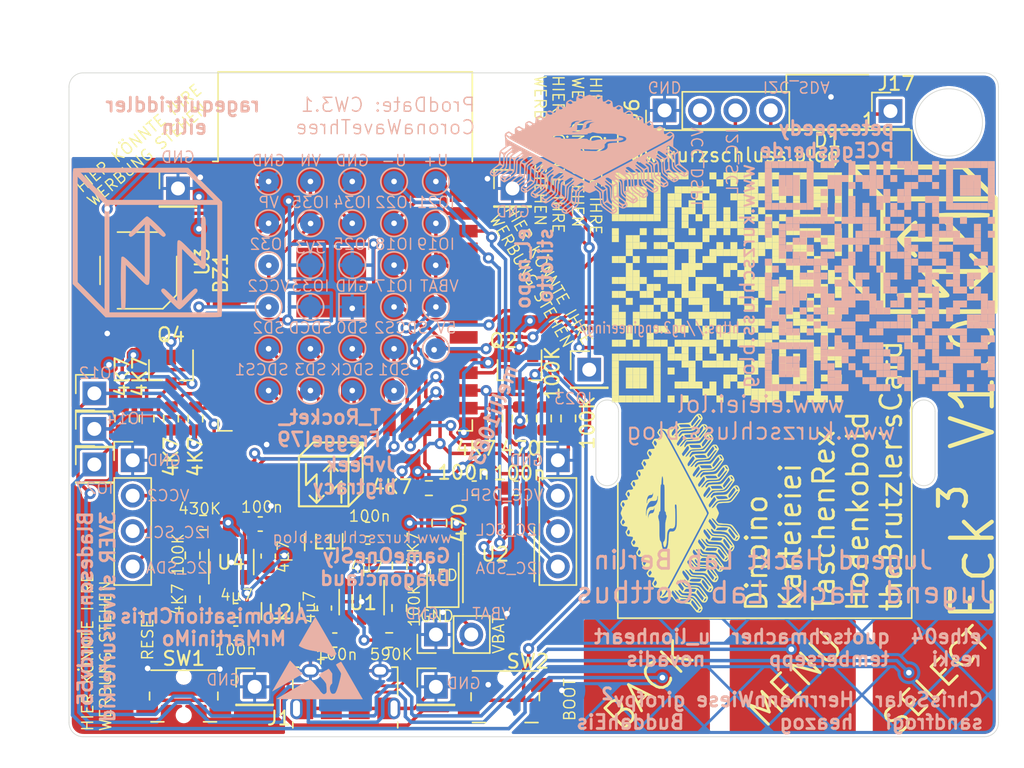
<source format=kicad_pcb>
(kicad_pcb (version 20210228) (generator pcbnew)
  (layers (0 "F.Cu" signal) (31 "B.Cu" signal) (34 "B.Paste" user) (35 "F.Paste" user) (36 "B.SilkS" user "B.Silkscreen") (37 "F.SilkS" user "F.Silkscreen") (38 "B.Mask" user) (39 "F.Mask" user) (44 "Edge.Cuts" user))
  (net 0 "")
  (net 1 "GND")
  (net 2 "/I2C_SCL")
  (net 3 "/I2C_SDA")
  (net 4 "+3V3")
  (net 5 "Net-(Q2-Pad1)")
  (net 6 "+5V")
  (net 7 "Net-(R3-Pad2)")
  (net 8 "Net-(R1-Pad2)")
  (net 9 "no_connect_(U3-Pad29)")
  (net 10 "Net-(R6-Pad2)")
  (net 11 "Net-(R7-Pad2)")
  (net 12 "Net-(R10-Pad2)")
  (net 13 "Net-(R11-Pad2)")
  (net 14 "+BATT")
  (net 15 "Net-(R17-Pad2)")
  (net 16 "Net-(R15-Pad2)")
  (net 17 "Net-(D2-Pad2)")
  (net 18 "/TOUCH5")
  (net 19 "/TOUCH6")
  (net 20 "Net-(R8-Pad1)")
  (net 21 "/TOUCH7")
  (net 22 "Net-(Q4-Pad1)")
  (net 23 "/D+")
  (net 24 "/D-")
  (net 25 "/U+")
  (net 26 "/U-")
  (net 27 "/VCC2")
  (net 28 "/SD0")
  (net 29 "/SD1")
  (net 30 "/SD2")
  (net 31 "/SD3")
  (net 32 "/SD_CLK")
  (net 33 "/SD_CMD")
  (net 34 "Net-(TP12-Pad1)")
  (net 35 "Net-(TP13-Pad1)")
  (net 36 "Net-(TP15-Pad1)")
  (net 37 "Net-(TP16-Pad1)")
  (net 38 "Net-(TP17-Pad1)")
  (net 39 "Net-(TP18-Pad1)")
  (net 40 "Net-(TP19-Pad1)")
  (net 41 "Net-(TP21-Pad1)")
  (net 42 "Net-(TP22-Pad1)")
  (net 43 "Net-(TP23-Pad1)")
  (net 44 "Net-(TP24-Pad1)")
  (net 45 "Net-(TP25-Pad1)")
  (net 46 "/SD_CS1")
  (net 47 "/SD_CS2")
  (net 48 "Net-(L1-Pad1)")
  (net 49 "Net-(L2-Pad1)")
  (net 50 "Net-(C2-Pad1)")
  (net 51 "no_connect_(J1-Pad4)")
  (net 52 "no_connect_(U1-Pad5)")
  (net 53 "no_connect_(U2-Pad4)")
  (net 54 "no_connect_(U3-Pad32)")
  (net 55 "no_connect_(U4-Pad5)")
  (net 56 "Net-(D1-Pad1)")
  (net 57 "Net-(BZ1-Pad1)")
  (net 58 "Net-(D1-Pad3)")
  (net 59 "Net-(J2-Pad2)")
  (footprint "Package_TO_SOT_SMD:SOT-23" (layer "F.Cu") (at 155 98 -90)
    (fp_text reference "Q2")
    (fp_text value "DMG2301L")
  )
  (footprint "Package_SO:SOIC-8_3.9x4.9mm_P1.27mm" (layer "F.Cu") (at 153.5 111.25 90)
    (fp_text reference "U2")
    (fp_text value "CH330N")
  )
  (footprint "RF_Module:ESP32-WROOM-32" (layer "F.Cu") (at 142.494 92.5068)
    (fp_text reference "U3")
    (fp_text value "ESP32-WROOM-32")
  )
  (footprint "Capacitor_SMD:C_0603_1608Metric" (layer "F.Cu") (at 151.75 106.5)
    (fp_text reference "C2" hide)
    (fp_text value "100n")
  )
  (footprint "Capacitor_SMD:C_0603_1608Metric" (layer "F.Cu") (at 154.75 106.5)
    (fp_text reference "C3" hide)
    (fp_text value "100n")
  )
  (footprint "Capacitor_SMD:C_0603_1608Metric" (layer "F.Cu") (at 144.1 109.45 180)
    (fp_text reference "C5" hide)
    (fp_text value "100n")
  )
  (footprint "Capacitor_SMD:C_0603_1608Metric" (layer "F.Cu") (at 144.125 111.025 180)
    (fp_text reference "C6" hide)
    (fp_text value "4µ7")
  )
  (footprint "LED_SMD:LED_1206_3216Metric" (layer "F.Cu") (at 149.5 112.75 90)
    (fp_text reference "D2" hide)
    (fp_text value "LED")
  )
  (footprint "Connector_USB:USB_Micro-B_Amphenol_10118194_Horizontal" (layer "F.Cu") (at 142.5 121)
    (fp_text reference "J1")
    (fp_text value "USB_B_Micro")
  )
  (footprint "Connector_PinHeader_2.54mm:PinHeader_1x02_P2.54mm_Vertical" (layer "F.Cu") (at 149 117 90)
    (fp_text reference "J3" hide)
    (fp_text value "Conn_01x02_Male")
  )
  (footprint "Inductor_SMD:L_1210_3225Metric" (layer "F.Cu") (at 140.95 110.375 90)
    (fp_text reference "L1")
    (fp_text value "2u2")
  )
  (footprint "Resistor_SMD:R_0603_1608Metric" (layer "F.Cu") (at 146.4 112.05 -90)
    (fp_text reference "R1" hide)
    (fp_text value "4K7")
  )
  (footprint "Resistor_SMD:R_0603_1608Metric" (layer "F.Cu") (at 146.375 115.1 90)
    (fp_text reference "R4" hide)
    (fp_text value "100K")
  )
  (footprint "Resistor_SMD:R_0603_1608Metric" (layer "F.Cu") (at 131.75 101.5 90)
    (fp_text reference "R6" hide)
    (fp_text value "4K7")
  )
  (footprint "Resistor_SMD:R_0603_1608Metric" (layer "F.Cu") (at 130 101.5 90)
    (fp_text reference "R7" hide)
    (fp_text value "4K7")
  )
  (footprint "Resistor_SMD:R_0603_1608Metric" (layer "F.Cu") (at 155 101.5 90)
    (fp_text reference "R8" hide)
    (fp_text value "470")
  )
  (footprint "Resistor_SMD:R_0603_1608Metric" (layer "F.Cu") (at 149.25 109 90)
    (fp_text reference "R9" hide)
    (fp_text value "470")
  )
  (footprint "Resistor_SMD:R_0603_1608Metric" (layer "F.Cu") (at 128.25 101.5 90)
    (fp_text reference "R10" hide)
    (fp_text value "4K7")
  )
  (footprint "Resistor_SMD:R_0603_1608Metric" (layer "F.Cu") (at 126.5 101.5 90)
    (fp_text reference "R11" hide)
    (fp_text value "4K7")
  )
  (footprint "Resistor_SMD:R_0603_1608Metric" (layer "F.Cu") (at 148.5 106.5 180)
    (fp_text reference "R12" hide)
    (fp_text value "4K7")
  )
  (footprint "Resistor_SMD:R_0603_1608Metric" (layer "F.Cu") (at 158.5 101.5 -90)
    (fp_text reference "R14" hide)
    (fp_text value "100K")
  )
  (footprint "Button_Switch_SMD:Panasonic_EVQPUL_EVQPUC" (layer "F.Cu") (at 130.9116 121.412 180)
    (fp_text reference "SW1")
    (fp_text value "SW_Push")
  )
  (footprint "Button_Switch_SMD:Panasonic_EVQPUL_EVQPUC" (layer "F.Cu") (at 153.9748 121.4628 180)
    (fp_text reference "SW2")
    (fp_text value "SW_Push")
  )
  (footprint "Connector_PinHeader_2.54mm:PinHeader_1x04_P2.54mm_Vertical" (layer "F.Cu") (at 127.25 104.5)
    (fp_text reference "J4" hide)
    (fp_text value "Conn_01x04_Male")
  )
  (footprint "Package_TO_SOT_SMD:SOT-23" (layer "F.Cu") (at 130 98 -90)
    (fp_text reference "Q4")
    (fp_text value "DMG2301L")
  )
  (footprint "Connector_PinHeader_2.54mm:PinHeader_1x01_P2.54mm_Vertical" (layer "F.Cu") (at 160 98)
    (fp_text reference "J14" hide)
    (fp_text value "Conn_01x01_Male")
  )
  (footprint "Connector_PinHeader_2.54mm:PinHeader_1x04_P2.54mm_Vertical" (layer "F.Cu") (at 157.75 104.5)
    (fp_text reference "J5" hide)
    (fp_text value "Conn_01x04_Male")
  )
  (footprint "Package_TO_SOT_SMD:SOT-23-6" (layer "F.Cu") (at 143.675 114.675 -90)
    (fp_text reference "U1")
    (fp_text value "MT3420C")
  )
  (footprint "Capacitor_SMD:C_0603_1608Metric" (layer "F.Cu") (at 141.75 117.4)
    (fp_text reference "C1" hide)
    (fp_text value "100n")
  )
  (footprint "Capacitor_SMD:C_0603_1608Metric" (layer "F.Cu") (at 141 115.1 -90)
    (fp_text reference "C4" hide)
    (fp_text value "4µ7")
  )
  (footprint "Package_TO_SOT_SMD:SOT-23-6" (layer "F.Cu") (at 134.325 111.8 90)
    (fp_text reference "U4")
    (fp_text value "MT3420C")
  )
  (footprint "Connector_PinHeader_2.54mm:PinHeader_1x01_P2.54mm_Vertical" (layer "F.Cu") (at 136 120.75)
    (fp_text reference "J10" hide)
    (fp_text value "Conn_01x01_Male")
  )
  (footprint "Capacitor_SMD:C_0603_1608Metric" (layer "F.Cu") (at 134.65 115.275)
    (fp_text reference "C10" hide)
    (fp_text value "4µ7")
  )
  (footprint "Capacitor_SMD:C_0603_1608Metric" (layer "F.Cu") (at 136.975 111.375 90)
    (fp_text reference "C8" hide)
    (fp_text value "4µ7")
  )
  (footprint "Capacitor_SMD:C_0603_1608Metric" (layer "F.Cu") (at 134.65 116.9)
    (fp_text reference "C9" hide)
    (fp_text value "100n")
  )
  (footprint "Inductor_SMD:L_1210_3225Metric" (layer "F.Cu") (at 137.85 115.325 -90)
    (fp_text reference "L2")
    (fp_text value "2u2")
  )
  (footprint "Capacitor_SMD:C_0603_1608Metric" (layer "F.Cu") (at 136.4 109.075 180)
    (fp_text reference "C7" hide)
    (fp_text value "100n")
  )
  (footprint "Resistor_SMD:R_0603_1608Metric" (layer "F.Cu") (at 131.55 114.475 90)
    (fp_text reference "R15" hide)
    (fp_text value "4K7")
  )
  (footprint "Resistor_SMD:R_0603_1608Metric" (layer "F.Cu") (at 132.3 108.975 180)
    (fp_text reference "R17" hide)
    (fp_text value "430K")
  )
  (footprint "Resistor_SMD:R_0603_1608Metric" (layer "F.Cu") (at 131.55 111.325 -90)
    (fp_text reference "R18" hide)
    (fp_text value "100K")
  )
  (footprint "Resistor_SMD:R_0603_1608Metric" (layer "F.Cu") (at 153.25 101.5 -90)
    (fp_text reference "R5" hide)
    (fp_text value "4K7")
  )
  (footprint "KiCad:Symbol_kurzschlussblog" (layer "F.Cu") (at 139.175 107.8)
    (fp_text reference "SM3" hide)
    (fp_text value "SYM_Arrow45_Tiny" hide)
  )
  (footprint "Resistor_SMD:R_0603_1608Metric" (layer "F.Cu") (at 145.65 117.4)
    (fp_text reference "R3" hide)
    (fp_text value "590K")
  )
  (footprint "Resistor_SMD:R_0603_1608Metric" (layer "F.Cu") (at 156.75 101.5 90)
    (fp_text reference "R13" hide)
    (fp_text value "100K")
  )
  (footprint "Connector_PinHeader_2.54mm:PinHeader_1x01_P2.54mm_Vertical" (layer "F.Cu") (at 130.5 85)
    (fp_text reference "J7" hide)
    (fp_text value "Conn_01x01_Male")
  )
  (footprint "Connector_PinHeader_2.54mm:PinHeader_1x01_P2.54mm_Vertical" (layer "F.Cu") (at 154.5 85)
    (fp_text reference "J8" hide)
    (fp_text value "Conn_01x01_Male")
  )
  (footprint "Connector_PinHeader_2.54mm:PinHeader_1x01_P2.54mm_Vertical" (layer "F.Cu") (at 149 120.75)
    (fp_text reference "J9" hide)
    (fp_text value "Conn_01x01_Male")
  )
  (footprint "Connector_PinHeader_2.54mm:PinHeader_1x01_P2.54mm_Vertical" (layer "F.Cu") (at 124.5 99.7)
    (fp_text reference "J11" hide)
    (fp_text value "Conn_01x01_Male")
  )
  (footprint "Connector_PinHeader_2.54mm:PinHeader_1x01_P2.54mm_Vertical" (layer "F.Cu") (at 124.5 102.25)
    (fp_text reference "J12" hide)
    (fp_text value "Conn_01x01_Male")
  )
  (footprint "Connector_PinHeader_2.54mm:PinHeader_1x01_P2.54mm_Vertical" (layer "F.Cu") (at 124.5 104.8)
    (fp_text reference "J13" hide)
    (fp_text value "Conn_01x01_Male")
  )
  (footprint "Connector_PinHeader_2.54mm:PinHeader_1x04_P2.54mm_Vertical" (layer "F.Cu") (at 165.4048 79.4004 90)
    (fp_text reference "J6")
    (fp_text value "Conn_01x04_Male")
  )
  (footprint "KiCad:Symbol_kurzschlussblog_12mm" (layer "F.Cu") (at 183.811863 88.590438 90)
    (fp_text reference "G***" hide)
    (fp_text value "LOGO" hide)
  )
  (footprint "Buzzer_Beeper:MagneticBuzzer_MLT-5030" (layer "F.Cu") (at 127.6604 90.8812 -90)
    (fp_text reference "BZ1")
    (fp_text value "Buzzer")
  )
  (footprint "Connector_PinHeader_2.54mm:PinHeader_1x01_P2.54mm_Vertical" (layer "F.Cu") (at 181.61 79.4512)
    (fp_text reference "J17")
    (fp_text value "Conn_01x01_Male")
  )
  (footprint "KiCad:Platinenmacher_14" (layer "F.Cu") (at 166.5224 108.3056 90)
    (fp_text reference "G***" hide)
    (fp_text value "LOGO" hide)
  )
  (footprint "EasterEGG_V1:www.kurzschluss.blog" (layer "F.Cu") (at 169.8752 92.1004)
    (fp_text reference "QR*****" hide)
    (fp_text value "www.kurzschluss.blog")
  )
  (footprint "LED_SMD:LED_SK6812MINI_PLCC4_3.5x3.5mm_P1.75mm" (layer "F.Cu") (at 177.0888 78.7908 180)
    (fp_text reference "D1")
    (fp_text value "SK6812MINI")
  )
  (footprint "TestPoint:TestPoint_Pad_D1.5mm" (layer "B.Cu") (at 137 93.5)
    (fp_text reference "TP1" hide)
    (fp_text value "TestPoint")
  )
  (footprint "TestPoint:TestPoint_Pad_D1.5mm" (layer "B.Cu") (at 149 93.5 -90)
    (fp_text reference "TP2" hide)
    (fp_text value "TestPoint")
  )
  (footprint "TestPoint:TestPoint_Pad_D1.5mm" (layer "B.Cu") (at 149 96.5)
    (fp_text reference "TP3" hide)
    (fp_text value "TestPoint")
  )
  (footprint "TestPoint:TestPoint_Pad_1.5x1.5mm" (layer "B.Cu") (at 143 93.5)
    (fp_text reference "TP5" hide)
    (fp_text value "TestPoint")
  )
  (footprint "TestPoint:TestPoint_Pad_D1.5mm" (layer "B.Cu") (at 143 96.5)
    (fp_text reference "TP6" hide)
    (fp_text value "TestPoint")
  )
  (footprint "TestPoint:TestPoint_Pad_D1.5mm" (layer "B.Cu") (at 146 99.5)
    (fp_text reference "TP7" hide)
    (fp_text value "TestPoint")
  )
  (footprint "TestPoint:TestPoint_Pad_D1.5mm" (layer "B.Cu") (at 137 96.5)
    (fp_text reference "TP8" hide)
    (fp_text value "TestPoint")
  )
  (footprint "TestPoint:TestPoint_Pad_D1.5mm" (layer "B.Cu") (at 140 99.5)
    (fp_text reference "TP9" hide)
    (fp_text value "TestPoint")
  )
  (footprint "TestPoint:TestPoint_Pad_D1.5mm" (layer "B.Cu") (at 143 99.5)
    (fp_text reference "TP10" hide)
    (fp_text value "TestPoint")
  )
  (footprint "TestPoint:TestPoint_Pad_D1.5mm" (layer "B.Cu") (at 140 96.5)
    (fp_text reference "TP11" hide)
    (fp_text value "TestPoint")
  )
  (footprint "TestPoint:TestPoint_Pad_D1.5mm" (layer "B.Cu") (at 140 84.5)
    (fp_text reference "TP13" hide)
    (fp_text value "TestPoint")
  )
  (footprint "TestPoint:TestPoint_Pad_D1.5mm" (layer "B.Cu") (at 137 99.5)
    (fp_text reference "TP14" hide)
    (fp_text value "TestPoint")
  )
  (footprint "TestPoint:TestPoint_Pad_D1.5mm" (layer "B.Cu") (at 149 90.5)
    (fp_text reference "TP15" hide)
    (fp_text value "TestPoint")
  )
  (footprint "TestPoint:TestPoint_Pad_D1.5mm" (layer "B.Cu") (at 146 93.5)
    (fp_text reference "TP17" hide)
    (fp_text value "TestPoint")
  )
  (footprint "TestPoint:TestPoint_Pad_D1.5mm" (layer "B.Cu") (at 146 90.5)
    (fp_text reference "TP18" hide)
    (fp_text value "TestPoint")
  )
  (footprint "TestPoint:TestPoint_Pad_D1.5mm" (layer "B.Cu") (at 146 87.5)
    (fp_text reference "TP19" hide)
    (fp_text value "TestPoint")
  )
  (footprint "TestPoint:TestPoint_Pad_D1.5mm" (layer "B.Cu") (at 146 96.5)
    (fp_text reference "TP20" hide)
    (fp_text value "TestPoint")
  )
  (footprint "TestPoint:TestPoint_Pad_D1.5mm" (layer "B.Cu") (at 140 87.5)
    (fp_text reference "TP21" hide)
    (fp_text value "TestPoint")
  )
  (footprint "TestPoint:TestPoint_Pad_D1.5mm" (layer "B.Cu") (at 137 90.5)
    (fp_text reference "TP22" hide)
    (fp_text value "TestPoint")
  )
  (footprint "TestPoint:TestPoint_Pad_D1.5mm" (layer "B.Cu") (at 140 93.5)
    (fp_text reference "TP23" hide)
    (fp_text value "TestPoint")
  )
  (footprint "TestPoint:TestPoint_Pad_D1.5mm" (layer "B.Cu") (at 143 87.5)
    (fp_text reference "TP24" hide)
    (fp_text value "TestPoint")
  )
  (footprint "TestPoint:TestPoint_Pad_D1.5mm" (layer "B.Cu") (at 143 90.5)
    (fp_text reference "TP25" hide)
    (fp_text value "TestPoint")
  )
  (footprint "TestPoint:TestPoint_Pad_D1.5mm" (layer "B.Cu") (at 140 90.5)
    (fp_text reference "TP4" hide)
    (fp_text value "TestPoint")
  )
  (footprint "TestPoint:TestPoint_Pad_D1.5mm" (layer "B.Cu") (at 149 87.5)
    (fp_text reference "TP16" hide)
    (fp_text value "TestPoint")
  )
  (footprint "TestPoint:TestPoint_Pad_D1.5mm" (layer "B.Cu") (at 137 87.5)
    (fp_text reference "TP12" hide)
    (fp_text value "TestPoint")
  )
  (footprint "TestPoint:TestPoint_Pad_D1.5mm" (layer "B.Cu") (at 146 84.5)
    (fp_text reference "TP26" hide)
    (fp_text value "TestPoint")
  )
  (footprint "TestPoint:TestPoint_Pad_D1.5mm" (layer "B.Cu") (at 149 84.5)
    (fp_text reference "TP27" hide)
    (fp_text value "TestPoint")
  )
  (footprint "TestPoint:TestPoint_Pad_D1.5mm" (layer "B.Cu") (at 137 84.5)
    (fp_text reference "TP28" hide)
    (fp_text value "TestPoint")
  )
  (footprint "TestPoint:TestPoint_Pad_D1.5mm" (layer "B.Cu") (at 143 84.5)
    (fp_text reference "TP29" hide)
    (fp_text value "TestPoint")
  )
  (footprint "Symbol:ESD-Logo_6.6x6mm_SilkScreen" (layer "B.Cu") (at 140.5 118.675 180)
    (fp_text reference "REF**" hide)
    (fp_text value "ESD-Logo_6.6x6mm_SilkScreen" hide)
  )
  (footprint "EasterEGG_V1:www.kurzschluss.blog" (layer "B.Cu") (at 180.848 91.2876 -90)
    (fp_text reference "QR*****" hide)
    (fp_text value "www.kurzschluss.blog")
  )
  (footprint "KiCad:Symbol_kurzschlussblog_12mm" (layer "B.Cu") (at 128.25 88.75 180)
    (fp_text reference "G***" hide)
    (fp_text value "LOGO" hide)
  )
  (footprint "brutzi" (layer "B.Cu") (at 173.25 106.75 180)
    (fp_text reference "G***" hide)
    (fp_text value "LOGO" hide)
  )
  (footprint "KiCad:Platinenmacher_14" (layer "B.Cu") (at 160.02 82.55 180)
    (fp_text reference "G***" hide)
    (fp_text value "LOGO" hide)
  )
  (footprint "pg2" (layer "B.Cu") (at 165.5 92 180)
    (fp_text reference "G***" hide)
    (fp_text value "LOGO" hide)
  )
  (gr_line (start 162.052 115.824) (end 162.052 106.172) (layer "F.SilkS") (width 0.12))
  (gr_line (start 183.134 80.8228) (end 183.134 83.0072) (layer "F.SilkS") (width 0.12))
  (gr_line (start 162.052 115.824) (end 183.134 115.824) (layer "F.SilkS") (width 0.12))
  (gr_line (start 183.134 115.824) (end 183.134 94.3356) (layer "F.SilkS") (width 0.12))
  (gr_line (start 162.052 80.8228) (end 162.052 82.0928) (layer "F.SilkS") (width 0.12))
  (gr_line (start 183.134 80.8228) (end 162.1028 80.8228) (layer "F.SilkS") (width 0.12))
  (gr_arc (start 188.341 77.724) (end 188.341 76.708) (angle 90) (layer "Edge.Cuts") (width 0.05))
  (gr_line (start 122.682 123.317) (end 122.682 77.724) (layer "Edge.Cuts") (width 0.05))
  (gr_arc (start 183.9976 105.5116) (end 184.8104 105.5116) (angle 180) (layer "Edge.Cuts") (width 0.05))
  (gr_arc (start 183.9976 100.9904) (end 183.1848 100.9904) (angle 180) (layer "Edge.Cuts") (width 0.05))
  (gr_arc (start 123.698 123.317) (end 123.698 124.333) (angle 90) (layer "Edge.Cuts") (width 0.05))
  (gr_circle (center 185.801 80.264) (end 185.801 77.851) (layer "Edge.Cuts") (width 0.05) (fill none))
  (gr_arc (start 188.341 123.317) (end 189.357 123.317) (angle 90) (layer "Edge.Cuts") (width 0.05))
  (gr_line (start 162.1028 100.9904) (end 162.1028 105.5116) (layer "Edge.Cuts") (width 0.05))
  (gr_arc (start 161.29 100.9904) (end 160.4772 100.9904) (angle 180) (layer "Edge.Cuts") (width 0.05))
  (gr_arc (start 161.29 105.5116) (end 162.1028 105.5116) (angle 180) (layer "Edge.Cuts") (width 0.05))
  (gr_line (start 160.4772 105.5116) (end 160.4772 100.9904) (layer "Edge.Cuts") (width 0.05))
  (gr_arc (start 123.698 77.724) (end 122.682 77.724) (angle 90) (layer "Edge.Cuts") (width 0.05))
  (gr_line (start 188.341 124.333) (end 123.698 124.333) (layer "Edge.Cuts") (width 0.05))
  (gr_line (start 123.698 76.708) (end 188.341 76.708) (layer "Edge.Cuts") (width 0.05))
  (gr_line (start 184.8104 100.9904) (end 184.8104 105.5116) (layer "Edge.Cuts") (width 0.05))
  (gr_line (start 183.1848 105.5116) (end 183.1848 100.9904) (layer "Edge.Cuts") (width 0.05))
  (gr_line (start 189.357 77.724) (end 189.357 123.317) (layer "Edge.Cuts") (width 0.05))
  (gr_text "www.kurzschluss.blog" (at 143.7132 110.0328) (layer "B.SilkS") (effects (font (size 0.8 0.8) (thickness 0.1)) (justify mirror)))
  (gr_text "VCC2" (at 129.794 107.0356) (layer "B.SilkS") (effects (font (size 0.8 0.8) (thickness 0.1)) (justify mirror)))
  (gr_text "I2C_SDA" (at 130.6068 112.2172) (layer "B.SilkS") (effects (font (size 0.8 0.8) (thickness 0.1)) (justify mirror)))
  (gr_text "I2C_SCL" (at 130.4544 109.6772) (layer "B.SilkS") (effects (font (size 0.8 0.8) (thickness 0.1)) (justify mirror)))
  (gr_text "GND" (at 143 83) (layer "B.SilkS") (effects (font (size 0.8 0.8) (thickness 0.1)) (justify mirror)))
  (gr_text "GND" (at 143 92) (layer "B.SilkS") (effects (font (size 0.8 0.8) (thickness 0.1)) (justify mirror)))
  (gr_text "I2C_SCL" (at 170.2748 83.058 90) (layer "B.SilkS") (effects (font (size 0.8 0.8) (thickness 0.1)) (justify mirror)))
  (gr_text "GND" (at 151 120.5) (layer "B.SilkS") (effects (font (size 0.8 0.8) (thickness 0.1)) (justify mirror)))
  (gr_text "SDCK" (at 143 98) (layer "B.SilkS") (effects (font (size 0.8 0.8) (thickness 0.1)) (justify mirror)))
  (gr_text "IO34" (at 143 86) (layer "B.SilkS") (effects (font (size 0.8 0.8) (thickness 0.1)) (justify mirror)))
  (gr_text "ProdDate: CW3.1\nCoronaWaveThree" (at 151.892 79.8068) (layer "B.SilkS") (effects (font (size 1 1) (thickness 0.1)) (justify left mirror)))
  (gr_text "GND\n" (at 154.5336 86.6648) (layer "B.SilkS") (effects (font (size 0.8 0.8) (thickness 0.1)) (justify mirror)))
  (gr_text "I2C_SCL" (at 154.25 109.5) (layer "B.SilkS") (effects (font (size 0.8 0.8) (thickness 0.1)) (justify mirror)))
  (gr_text "Jugend Hackt Lab Cottbus" (at 174.0408 113.9952) (layer "B.SilkS") (effects (font (size 1.5 1.5) (thickness 0.2)) (justify mirror)))
  (gr_text "IO18" (at 146 89) (layer "B.SilkS") (effects (font (size 0.8 0.8) (thickness 0.1)) (justify mirror)))
  (gr_text "ChrisSolar  HerrmannWiese girofpv\nsandfrogi   heazog         BuddahEis" (at 188.3664 122.4788) (layer "B.SilkS") (effects (font (size 1 1) (thickness 0.2)) (justify left mirror)))
  (gr_text "GND" (at 137 83) (layer "B.SilkS") (effects (font (size 0.8 0.8) (thickness 0.1)) (justify mirror)))
  (gr_text "IO32" (at 137 89) (layer "B.SilkS") (effects (font (size 0.8 0.8) (thickness 0.1)) (justify mirror)))
  (gr_text "GameOneSly\nDragonclaud" (at 150.1648 112.1664) (layer "B.SilkS") (effects (font (size 1 1) (thickness 0.2)) (justify left mirror)))
  (gr_text "IO23" (at 158.8516 100.076) (layer "B.SilkS") (effects (font (size 0.8 0.8) (thickness 0.1)) (justify mirror)))
  (gr_text "IO22\n" (at 146 86) (layer "B.SilkS") (effects (font (size 0.8 0.8) (thickness 0.1)) (justify mirror)))
  (gr_text "AutomisationChris\n  MrMartiniMo" (at 139.9032 116.4844) (layer "B.SilkS") (effects (font (size 1 1) (thickness 0.2)) (justify left mirror)))
  (gr_text "www.eieiei.lol\nwww.kurzschluss.blog" (at 172.3136 101.4476) (layer "B.SilkS") (effects (font (size 1.2 1.2)) (justify mirror)))
  (gr_text "IO33" (at 140 92) (layer "B.SilkS") (effects (font (size 0.8 0.8) (thickness 0.1)) (justify mirror)))
  (gr_text "VCC_DSPL" (at 153.75 107) (layer "B.SilkS") (effects (font (size 0.8 0.8) (thickness 0.1)) (justify mirror)))
  (gr_text "SDCD" (at 140 95) (layer "B.SilkS") (effects (font (size 0.8 0.8) (thickness 0.1)) (justify mirror)))
  (gr_text "I2C_SDA" (at 154.25 112.25) (layer "B.SilkS") (effects (font (size 0.8 0.8) (thickness 0.1)) (justify mirror)))
  (gr_text "U-" (at 146 83) (layer "B.SilkS") (effects (font (size 0.8 0.8) (thickness 0.1)) (justify mirror)))
  (gr_text "T_Rocket_\nFreggel79" (at 145.1864 102.2096) (layer "B.SilkS") (effects (font (size 1 1) (thickness 0.2)) (justify left mirror)))
  (gr_text "3V3\n" (at 140 89.25) (layer "B.SilkS") (effects (font (size 0.8 0.8) (thickness 0.1)) (justify mirror)))
  (gr_text "5V" (at 149.75 95) (layer "B.SilkS") (effects (font (size 0.8 0.8) (thickness 0.1)) (justify mirror)))
  (gr_text "IO27" (at 124.5 106.5) (layer "B.SilkS") (effects (font (size 0.8 0.8) (thickness 0.1)) (justify mirror)))
  (gr_text "elhe04  quotschmacher  u_lionheart\nreski    tembersepp      novadis" (at 188.2648 117.9576) (layer "B.SilkS") (effects (font (size 1 1) (thickness 0.2)) (justify left mirror)))
  (gr_text "GND" (at 133.75 120.25) (layer "B.SilkS") (effects (font (size 0.8 0.8) (thickness 0.1)) (justify mirror)))
  (gr_text "VCC2" (at 137 92) (layer "B.SilkS") (effects (font (size 0.8 0.8) (thickness 0.1)) (justify mirror)))
  (gr_text "IO19\n" (at 149 89) (layer "B.SilkS") (effects (font (size 0.8 0.8) (thickness 0.1)) (justify mirror)))
  (gr_text "GND" (at 165.4048 77.724 180) (layer "B.SilkS") (effects (font (size 0.8 0.8) (thickness 0.1)) (justify mirror)))
  (gr_text "petespeedy\nPCEggsberde" (at 182.0164 81.4832) (layer "B.SilkS") (effects (font (size 1 1) (thickness 0.2)) (justify left mirror)))
  (gr_text "SD0" (at 143 95) (layer "B.SilkS") (effects (font (size 0.8 0.8) (thickness 0.1)) (justify mirror)))
  (gr_text "U+" (at 149 83) (layer "B.SilkS") (effects (font (size 0.8 0.8) (thickness 0.1)) (justify mirror)))
  (gr_text "SD3" (at 140 98) (layer "B.SilkS") (effects (font (size 0.8 0.8) (thickness 0.1)) (justify mirror)))
  (gr_text "GND\n" (at 130.5 82.75) (layer "B.SilkS") (effects (font (size 0.8 0.8) (thickness 0.1)) (justify mirror)))
  (gr_text "SDCS1" (at 136.5 98) (layer "B.SilkS") (effects (font (size 0.8 0.8) (thickness 0.1)) (justify mirror)))
  (gr_text "IO35" (at 140 86) (layer "B.SilkS") (effects (font (size 0.8 0.8) (thickness 0.1)) (justify mirror)))
  (gr_text "SDCS2" (at 146.5 95) (layer "B.SilkS") (effects (font (size 0.8 0.8) (thickness 0.1)) (justify mirror)))
  (gr_text "VBAT" (at 149.25 92) (layer "B.SilkS") (effects (font (size 0.8 0.8) (thickness 0.1)) (justify mirror)))
  (gr_text "https://pg2.engineering/" (at 165 95) (layer "B.SilkS") (effects (font (size 0.8 0.6) (thickness 0.1)) (justify mirror)))
  (gr_text "IO17" (at 146 92) (layer "B.SilkS") (effects (font (size 0.8 0.8) (thickness 0.1)) (justify mirror)))
  (gr_text "Jugend Hackt Lab Berlin" (at 172.466 111.6584) (layer "B.SilkS") (effects (font (size 1.3 1.3) (thickness 0.2)) (justify mirror)))
  (gr_text "VN" (at 140 83) (layer "B.SilkS") (effects (font (size 0.8 0.8) (thickness 0.1)) (justify mirror)))
  (gr_text "IO14" (at 126.75 101.5) (layer "B.SilkS") (effects (font (size 0.8 0.8) (thickness 0.1)) (justify mirror)))
  (gr_text "VP" (at 137 86) (layer "B.SilkS") (effects (font (size 0.8 0.8) (thickness 0.1)) (justify mirror)))
  (gr_text "IO21" (at 149 86) (layer "B.SilkS") (effects (font (size 0.8 0.8) (thickness 0.1)) (justify mirror)))
  (gr_text "JvPeek\nbigtracy" (at 146.304 105.6132) (layer "B.SilkS") (effects (font (size 1 1) (thickness 0.2)) (justify left mirror)))
  (gr_text "IO25" (at 143 89) (layer "B.SilkS") (effects (font (size 0.8 0.8) (thickness 0.1)) (justify mirror)))
  (gr_text "I2C_SDA" (at 174.8536 77.724 180) (layer "B.SilkS") (effects (font (size 0.8 0.8) (thickness 0.1)) (justify mirror)))
  (gr_text "ragequitriddler\n     eilin" (at 136.4996 79.8068) (layer "B.SilkS") (effects (font (size 1 1) (thickness 0.2)) (justify left mirror)))
  (gr_text "VCC_DSPL" (at 167.7748 83.558 90) (layer "B.SilkS") (effects (font (size 0.8 0.8) (thickness 0.1)) (justify mirror)))
  (gr_text "SD1\n" (at 146 98) (layer "B.SilkS") (effects (font (size 0.8 0.8) (thickness 0.1)) (justify mirror)))
  (gr_text "IO12" (at 124.75 98.25) (layer "B.SilkS") (effects (font (size 0.8 0.8) (thickness 0.1)) (justify mirror)))
  (gr_text "GND" (at 155.5 104.5) (layer "B.SilkS") (effects (font (size 0.8 0.8) (thickness 0.1)) (justify mirror)))
  (gr_text "GND" (at 129.5 104.5) (layer "B.SilkS") (effects (font (size 0.8 0.8) (thickness 0.1)) (justify mirror)))
  (gr_text "el_napo\nstilotto" (at 156.0576 87.7316 90) (layer "B.SilkS") (effects (font (size 1 1) (thickness 0.2)) (justify left mirror)))
  (gr_text "VBAT" (at 153 115.5) (layer "B.SilkS") (effects (font (size 0.8 0.8) (thickness 0.1)) (justify mirror)))
  (gr_text "SD2" (at 137 95) (layer "B.SilkS") (effects (font (size 0.8 0.8) (thickness 0.1)) (justify mirror)))
  (gr_text "Bladeson  lordv55\n3VER silversurferkid" (at 124.6632 108.0516 90) (layer "B.SilkS") (effects (font (size 1 1) (thickness 0.2)) (justify left mirror)))
  (gr_text "2" (at 161.798 121.2596) (layer "B.SilkS") (effects (font (size 0.8 0.8) (thickness 0.2)) (justify left mirror)))
  (gr_text "melli1083" (at 154.4828 97.5868 70) (layer "B.SilkS") (effects (font (size 1 1) (thickness 0.2)) (justify left mirror)))
  (gr_text "GND" (at 148 115.5) (layer "B.SilkS") (effects (font (size 0.8 0.8) (thickness 0.1)) (justify mirror)))
  (gr_text "GND" (at 149.075 115.675) (layer "F.SilkS") (effects (font (size 0.8 0.8) (thickness 0.1))))
  (gr_text "BACK" (at 164.2872 120.65 45) (layer "F.SilkS") (effects (font (size 2 2) (thickness 0.2))))
  (gr_text "HIER KÖNNTE IHRE\nWERBUNG STEHEN" (at 159.8168 76.9112 270) (layer "F.SilkS") (effects (font (size 0.8 0.8) (thickness 0.1)) (justify left)))
  (gr_text "RESET" (at 128.3208 117.0432 90) (layer "F.SilkS") (effects (font (size 0.8 0.8) (thickness 0.1))))
  (gr_text "MENU" (at 174.8028 120.1928 45) (layer "F.SilkS") (effects (font (size 2 2) (thickness 0.2))))
  (gr_text "Eck³ V1.0" (at 187.5028 105.0544 90) (layer "F.SilkS") (effects (font (size 3 3) (thickness 0.3))))
  (gr_text "VBAT" (at 153.5 117 90) (layer "F.SilkS") (effects (font (size 0.8 0.8) (thickness 0.1))))
  (gr_text "BOOT" (at 158.5976 121.666 90) (layer "F.SilkS") (effects (font (size 0.8 0.8) (thickness 0.1))))
  (gr_text "LED" (at 149.5 112.75) (layer "F.SilkS") (effects (font (size 0.8 0.8) (thickness 0.1))))
  (gr_text "Dinoino \nKarteieiei\nTaschenRex \nHodenkobold\ntheBrutzler'sCard" (at 176.8348 115.4684 90) (layer "F.SilkS") (effects (font (size 1.5 1.5) (thickness 0.2)) (justify left)))
  (gr_text "SELECT" (at 184.912 120.2944 45) (layer "F.SilkS") (effects (font (size 1.8 1.8) (thickness 0.2))))
  (gr_text "HIER KÖNNTE IHRE\nWERBUNG STEHEN" (at 124.6632 124.0028 90) (layer "F.SilkS") (effects (font (size 0.8 0.8) (thickness 0.1)) (justify left)))
  (gr_text "HIER KÖNNTE IHRE\nWERBUNG STEHEN" (at 153.67 86.5632 300) (layer "F.SilkS") (effects (font (size 0.8 0.8) (thickness 0.1)) (justify left)))
  (gr_text "HIER KÖNNTE IHRE\nWERBUNG STEHEN" (at 157.1244 76.8096 270) (layer "F.SilkS") (effects (font (size 0.8 0.8) (thickness 0.1)) (justify left)))
  (gr_text "HIER KÖNNTE IHRE\nWERBUNG STEHEN" (at 123.698 85.598 40) (layer "F.SilkS") (effects (font (size 0.8 0.8) (thickness 0.1)) (justify left)))
  (segment (start 154.135 115.465) (end 154.1 115.5) (width 0.25) (layer "F.Cu") (net 1))
  (segment (start 134 84.245) (end 135.945 84.245) (width 0.25) (layer "F.Cu") (net 1))
  (segment (start 156.5998 120.6128) (end 157.646 120.6128) (width 0.25) (layer "F.Cu") (net 1))
  (segment (start 152.525 105.425) (end 152.5 105.4) (width 0.25) (layer "F.Cu") (net 1))
  (segment (start 146 122.3) (end 147.45 122.3) (width 0.25) (layer "F.Cu") (net 1))
  (segment (start 152.525 106.5) (end 152.525 105.425) (width 0.25) (layer "F.Cu") (net 1))
  (segment (start 133.5366 120.562) (end 133.5366 119.5158) (width 0.25) (layer "F.Cu") (net 1))
  (segment (start 134.325 113.7) (end 134.325 112.9) (width 0.25) (layer "F.Cu") (net 1))
  (segment (start 133.875 114.15) (end 134.325 113.7) (width 0.25) (layer "F.Cu") (net 1))
  (segment (start 140 118.375) (end 140 119.6) (width 0.25) (layer "F.Cu") (net 1))
  (segment (start 141 114.325) (end 141.85 114.325) (width 0.25) (layer "F.Cu") (net 1))
  (segment (start 136.785 103.295811) (end 136.859701 103.370512) (width 0.25) (layer "F.Cu") (net 1))
  (segment (start 128.2866 119.465) (end 128.3208 119.4308) (width 0.25) (layer "F.Cu") (net 1))
  (segment (start 178.8388 77.9158) (end 177.8622 77.9158) (width 0.25) (layer "F.Cu") (net 1))
  (segment (start 143.8 119.6) (end 145 119.6) (width 0.25) (layer "F.Cu") (net 1))
  (segment (start 147.45 122.3) (end 149 120.75) (width 0.25) (layer "F.Cu") (net 1))
  (segment (start 152.525 106.5) (end 153.975 106.5) (width 0.25) (layer "F.Cu") (net 1))
  (segment (start 152.742 120.6128) (end 152.7556 120.5992) (width 0.25) (layer "F.Cu") (net 1))
  (segment (start 149.5 114.15) (end 149.5 115.4) (width 0.25) (layer "F.Cu") (net 1))
  (segment (start 142.169998 114.644998) (end 143.675 114.644998) (width 0.25) (layer "F.Cu") (net 1))
  (segment (start 157.646 120.6128) (end 158.0388 121.0056) (width 0.25) (layer "F.Cu") (net 1))
  (segment (start 141.5 122.3) (end 143.5 122.3) (width 0.25) (layer "F.Cu") (net 1))
  (segment (start 158.5 103.75) (end 157.75 104.5) (width 0.25) (layer "F.Cu") (net 1))
  (segment (start 132.145 84.245) (end 132.1 84.2) (width 0.25) (layer "F.Cu") (net 1))
  (segment (start 136.2 84.5) (end 135.945 84.245) (width 0.25) (layer "F.Cu") (net 1))
  (segment (start 134 84.245) (end 132.145 84.245) (width 0.25) (layer "F.Cu") (net 1))
  (segment (start 158.5 102.325) (end 158.5 103.75) (width 0.25) (layer "F.Cu") (net 1))
  (segment (start 137 84.5) (end 136.2 84.5) (width 0.25) (layer "F.Cu") (net 1))
  (segment (start 146.375 114.275) (end 145.65 114.275) (width 0.25) (layer "F.Cu") (net 1))
  (segment (start 144.875 111) (end 144.9 111.025) (width 0.25) (layer "F.Cu") (net 1))
  (segment (start 136.655002 111.830002) (end 136.975 112.15) (width 0.25) (layer "F.Cu") (net 1))
  (segment (start 145.65 114.275) (end 145.280002 114.644998) (width 0.25) (layer "F.Cu") (net 1))
  (segment (start 154.135 113.725) (end 154.135 115.465) (width 0.25) (layer "F.Cu") (net 1))
  (segment (start 125.4104 95.3876) (end 125.4252 95.4024) (width 0.25) (layer "F.Cu") (net 1))
  (segment (start 143.675 113.575) (end 143.675 114.644998) (width 0.25) (layer "F.Cu") (net 1))
  (segment (start 133.875 116.9) (end 133.875 115.275) (width 0.25) (layer "F.Cu") (net 1))
  (segment (start 143.675 113.2) (end 143.675 113.575) (width 0.25) (layer "F.Cu") (net 1))
  (segment (start 177.8622 77.9158) (end 177.3428 78.4352) (width 0.25) (layer "F.Cu") (net 1))
  (segment (start 128.2866 120.562) (end 128.2866 119.465) (width 0.25) (layer "F.Cu") (net 1))
  (segment (start 134.325 112.9) (end 134.325 111.830002) (width 0.25) (layer "F.Cu") (net 1))
  (segment (start 151 84.245) (end 152.645 84.245) (width 0.25) (layer "F.Cu") (net 1))
  (segment (start 136.785 101.755) (end 136.785 103.295811) (width 0.25) (layer "F.Cu") (net 1))
  (segment (start 133.5366 119.5158) (end 133.5024 119.4816) (width 0.25) (layer "F.Cu") (net 1))
  (segment (start 134.325 111.830002) (end 136.655002 111.830002) (width 0.25) (layer "F.Cu") (net 1))
  (segment (start 151.3498 120.6128) (end 152.742 120.6128) (width 0.25) (layer "F.Cu") (net 1))
  (segment (start 144.9 111.025) (end 144.9 111.975) (width 0.25) (layer "F.Cu") (net 1))
  (segment (start 125.4104 93.3812) (end 125.4104 95.3876) (width 0.25) (layer "F.Cu") (net 1))
  (segment (start 141.85 114.325) (end 142.169998 114.644998) (width 0.25) (layer "F.Cu") (net 1))
  (segment (start 133.875 115.275) (end 133.875 114.15) (width 0.25) (layer "F.Cu") (net 1))
  (segment (start 140.975 117.4) (end 140 118.375) (width 0.25) (layer "F.Cu") (net 1))
  (segment (start 134.325 111.830002) (end 131.869998 111.830002) (width 0.25) (layer "F.Cu") (net 1))
  (segment (start 144.9 111.975) (end 143.675 113.2) (width 0.25) (layer "F.Cu") (net 1))
  (segment (start 152.645 84.245) (end 152.7 84.3) (width 0.25) (layer "F.Cu") (net 1))
  (segment (start 137.175 109.075) (end 137.175 107.775) (width 0.25) (layer "F.Cu") (net 1))
  (segment (start 145.280002 114.644998) (end 143.675 114.644998) (width 0.25) (layer "F.Cu") (net 1))
  (segment (start 131.869998 111.830002) (end 131.55 112.15) (width 0.25) (layer "F.Cu") (net 1))
  (segment (start 139.6 122.3) (end 141.5 122.3) (width 0.25) (layer "F.Cu") (net 1))
  (segment (start 143.5 122.3) (end 145.4 122.3) (width 0.25) (layer "F.Cu") (net 1))
  (segment (start 144.875 109.45) (end 144.875 111) (width 0.25) (layer "F.Cu") (net 1))
  (via (at 132.1 84.2) (size 0.8) (drill 0.4) (layers "F.Cu" "B.Cu") (net 1))
  (via (at 125.4252 95.4024) (size 0.8) (drill 0.4) (layers "F.Cu" "B.Cu") (net 1))
  (via (at 154.1 115.5) (size 0.8) (drill 0.4) (layers "F.Cu" "B.Cu") (net 1))
  (via (at 143.675 114.644998) (size 0.8) (drill 0.4) (layers "F.Cu" "B.Cu") (net 1))
  (via (at 133.5024 119.4816) (size 0.8) (drill 0.4) (layers "F.Cu" "B.Cu") (net 1))
  (via (at 137 84.5) (size 0.8) (drill 0.4) (layers "F.Cu" "B.Cu") (net 1))
  (via (at 128.3208 119.4308) (size 0.8) (drill 0.4) (layers "F.Cu" "B.Cu") (net 1))
  (via (at 152.5 105.4) (size 0.8) (drill 0.4) (layers "F.Cu" "B.Cu") (net 1))
  (via (at 158.0388 121.0056) (size 0.8) (drill 0.4) (layers "F.Cu" "B.Cu") (net 1))
  (via (at 177.3428 78.4352) (size 0.8) (drill 0.4) (layers "F.Cu" "B.Cu") (net 1))
  (via (at 143 84.5) (size 0.8) (drill 0.4) (layers "F.Cu" "B.Cu") (net 1))
  (via (at 134.325 111.830002) (size 0.8) (drill 0.4) (layers "F.Cu" "B.Cu") (net 1))
  (via (at 152.7 84.3) (size 0.8) (drill 0.4) (layers "F.Cu" "B.Cu") (net 1))
  (via (at 149.5 115.4) (size 0.8) (drill 0.4) (layers "F.Cu" "B.Cu") (net 1))
  (via (at 152.7556 120.5992) (size 0.8) (drill 0.4) (layers "F.Cu" "B.Cu") (net 1))
  (via (at 136.859701 103.370512) (size 0.8) (drill 0.4) (layers "F.Cu" "B.Cu") (net 1))
  (via (at 143 93.6) (size 0.8) (drill 0.4) (layers "F.Cu" "B.Cu") (net 1))
  (via (at 137.175 107.775) (size 0.8) (drill 0.4) (layers "F.Cu" "B.Cu") (net 1))
  (segment (start 157.1752 98.355017) (end 157.1752 96.7232) (width 0.25) (layer "F.Cu") (net 2))
  (segment (start 152.585 99.485) (end 152.6 99.5) (width 0.25) (layer "F.Cu") (net 2))
  (segment (start 157.16802 95.96838) (end 159.1564 93.98) (width 0.25) (layer "F.Cu") (net 2))
  (segment (start 127.25 109.58) (end 127.395 109.58) (width 0.25) (layer "F.Cu") (net 2))
  (segment (start 153.67 105.4608) (end 155.9608 105.4608) (width 0.25) (layer "F.Cu") (net 2))
  (segment (start 161.0868 93.98) (end 170.4848 84.582) (width 0.25) (layer "F.Cu") (net 2))
  (segment (start 152.6 99.5) (end 152.875011 99.775011) (width 0.25) (layer "F.Cu") (net 2))
  (segment (start 151 99.485) (end 152.585 99.485) (width 0.25) (layer "F.Cu") (net 2))
  (segment (start 152.884189 104.674989) (end 153.67 105.4608) (width 0.25) (layer "F.Cu") (net 2))
  (segment (start 149.5 99) (end 149 98.5) (width 0.25) (layer "F.Cu") (net 2))
  (segment (start 159.1564 93.98) (end 161.0868 93.98) (width 0.25) (layer "F.Cu") (net 2))
  (segment (start 157.1752 96.7232) (end 157.16802 96.71602) (width 0.25) (layer "F.Cu") (net 2))
  (segment (start 156.574999 108.404999) (end 157.75 109.58) (width 0.25) (layer "F.Cu") (net 2))
  (segment (start 133.1448 104.65) (end 135.85 104.65) (width 0.25) (layer "F.Cu") (net 2))
  (segment (start 155.755206 99.775011) (end 157.1752 98.355017) (width 0.25) (layer "F.Cu") (net 2))
  (segment (start 136 104.5) (end 136 104) (width 0.25) (layer "F.Cu") (net 2))
  (segment (start 128.2148 109.58) (end 133.1448 104.65) (width 0.25) (layer "F.Cu") (net 2))
  (segment (start 151.255411 104.674989) (end 152.884189 104.674989) (width 0.25) (layer "F.Cu") (net 2))
  (segment (start 150.9268 105.0036) (end 150.8214 105.0036) (width 0.25) (layer "F.Cu") (net 2))
  (segment (start 135.85 104.65) (end 136 104.5) (width 0.25) (layer "F.Cu") (net 2))
  (segment (start 151 99.485) (end 150.515 99) (width 0.25) (layer "F.Cu") (net 2))
  (segment (start 150.8214 105.0036) (end 149.325 106.5) (width 0.25) (layer "F.Cu") (net 2))
  (segment (start 150.515 99) (end 149.5 99) (width 0.25) (layer "F.Cu") (net 2))
  (segment (start 157.16802 96.71602) (end 157.16802 95.96838) (width 0.25) (layer "F.Cu") (net 2))
  (segment (start 127.25 109.58) (end 128.2148 109.58) (width 0.25) (layer "F.Cu") (net 2))
  (segment (start 156.574999 106.074999) (end 156.574999 108.404999) (width 0.25) (layer "F.Cu") (net 2))
  (segment (start 150.9268 105.0036) (end 151.255411 104.674989) (width 0.25) (layer "F.Cu") (net 2))
  (segment (start 152.875011 99.775011) (end 155.755206 99.775011) (width 0.25) (layer "F.Cu") (net 2))
  (segment (start 170.4848 84.582) (end 170.4848 79.4004) (width 0.25) (layer "F.Cu") (net 2))
  (segment (start 155.9608 105.4608) (end 156.574999 106.074999) (width 0.25) (layer "F.Cu") (net 2))
  (via (at 152.6 99.5) (size 0.8) (drill 0.4) (layers "F.Cu" "B.Cu") (net 2))
  (via (at 149 98.5) (size 0.8) (drill 0.4) (layers "F.Cu" "B.Cu") (net 2))
  (via (at 150.9268 105.0036) (size 0.8) (drill 0.4) (layers "F.Cu" "B.Cu") (net 2))
  (via (at 136 104) (size 0.8) (drill 0.4) (layers "F.Cu" "B.Cu") (net 2))
  (segment (start 143.100001 104.399999) (end 149 98.5) (width 0.25) (layer "B.Cu") (net 2))
  (segment (start 136 104) (end 136.399999 104.399999) (width 0.25) (layer "B.Cu") (net 2))
  (segment (start 152.6 103.3304) (end 152.6 99.5) (width 0.25) (layer "B.Cu") (net 2))
  (segment (start 150.9268 105.0036) (end 152.6 103.3304) (width 0.25) (layer "B.Cu") (net 2))
  (segment (start 136.399999 104.399999) (end 143.100001 104.399999) (width 0.25) (layer "B.Cu") (net 2))
  (segment (start 153.17 100.755) (end 153.25 100.675) (width 0.25) (layer "F.Cu") (net 3))
  (segment (start 154.125 100.675) (end 154.125 102.800145) (width 0.25) (layer "F.Cu") (net 3))
  (segment (start 136.737041 104.39937) (end 145.10063 104.39937) (width 0.25) (layer "F.Cu") (net 3))
  (segment (start 127.25 112.12) (end 129 110.37) (width 0.25) (layer "F.Cu") (net 3))
  (segment (start 157.734 98.4504) (end 157.734 96.266) (width 0.25) (layer "F.Cu") (net 3))
  (segment (start 154.699845 103.37499) (end 155.26553 103.37499) (width 0.25) (layer "F.Cu") (net 3))
  (segment (start 159.4104 94.5896) (end 161.1884 94.5896) (width 0.25) (layer "F.Cu") (net 3))
  (segment (start 136.0364 105.100011) (end 136.737041 104.39937) (width 0.25) (layer "F.Cu") (net 3))
  (segment (start 154.125 100.675) (end 153.25 100.675) (width 0.25) (layer "F.Cu") (net 3))
  (segment (start 155.94998 100.28522) (end 155.94998 100.23442) (width 0.25) (layer "F.Cu") (net 3))
  (segment (start 161.1884 94.5896) (end 173.0248 82.7532) (width 0.25) (layer "F.Cu") (net 3))
  (segment (start 129 110.37) (end 129 109.5568) (width 0.25) (layer "F.Cu") (net 3))
  (segment (start 154.125 102.800145) (end 154.699845 103.37499) (width 0.25) (layer "F.Cu") (net 3))
  (segment (start 173.0248 82.7532) (end 173.0248 79.4004) (width 0.25) (layer "F.Cu") (net 3))
  (segment (start 129 109.5568) (end 133.456789 105.100011) (width 0.25) (layer "F.Cu") (net 3))
  (segment (start 133.456789 105.100011) (end 136.0364 105.100011) (width 0.25) (layer "F.Cu") (net 3))
  (segment (start 155 100.675) (end 154.125 100.675) (width 0.25) (layer "F.Cu") (net 3))
  (segment (start 145.10063 104.39937) (end 145.600001 103.899999) (width 0.25) (layer "F.Cu") (net 3))
  (segment (start 157.734 96.266) (end 159.4104 94.5896) (width 0.25) (layer "F.Cu") (net 3))
  (segment (start 151 100.755) (end 150.161788 100.755) (width 0.25) (layer "F.Cu") (net 3))
  (segment (start 151 100.755) (end 153.17 100.755) (width 0.25) (layer "F.Cu") (net 3))
  (segment (start 155.5602 100.675) (end 155.94998 100.28522) (width 0.25) (layer "F.Cu") (net 3))
  (segment (start 145.600001 103.899999) (end 146 103.5) (width 0.25) (layer "F.Cu") (net 3))
  (segment (start 150.161788 100.755) (end 149.399999 99.993211) (width 0.25) (layer "F.Cu") (net 3))
  (segment (start 155.94998 100.23442) (end 157.734 98.4504) (width 0.25) (layer "F.Cu") (net 3))
  (segment (start 155 100.675) (end 155.5602 100.675) (width 0.25) (layer "F.Cu") (net 3))
  (segment (start 149.399999 99.993211) (end 149 99.593212) (width 0.25) (layer "F.Cu") (net 3))
  (via (at 149 99.593212) (size 0.8) (drill 0.4) (layers "F.Cu" "B.Cu") (net 3))
  (via (at 155.26553 103.37499) (size 0.8) (drill 0.4) (layers "F.Cu" "B.Cu") (net 3))
  (via (at 146 103.5) (size 0.8) (drill 0.4) (layers "F.Cu" "B.Cu") (net 3))
  (segment (start 146 103.5) (end 146 102.5644) (width 0.25) (layer "B.Cu") (net 3))
  (segment (start 146 102.5644) (end 148.971188 99.593212) (width 0.25) (layer "B.Cu") (net 3))
  (segment (start 155.26553 109.63553) (end 155.26553 103.37499) (width 0.25) (layer "B.Cu") (net 3))
  (segment (start 157.75 112.12) (end 155.26553 109.63553) (width 0.25) (layer "B.Cu") (net 3))
  (segment (start 148.971188 99.593212) (end 149 99.593212) (width 0.25) (layer "B.Cu") (net 3))
  (segment (start 126.675 102.325) (end 127.3 101.7) (width 0.25) (layer "F.Cu") (net 4))
  (segment (start 127.3 101.7) (end 127.3 97.8) (width 0.25) (layer "F.Cu") (net 4))
  (segment (start 127.3 97.8) (end 128.1 97) (width 0.25) (layer "F.Cu") (net 4))
  (segment (start 128.1 97) (end 129.05 97) (width 0.25) (layer "F.Cu") (net 4))
  (segment (start 132.085 85.515) (end 132 85.6) (width 0.25) (layer "F.Cu") (net 4))
  (segment (start 132.085 85.515) (end 132 85.6) (width 0.25) (layer "F.Cu") (net 4))
  (segment (start 154.05 97) (end 154.75 97) (width 0.25) (layer "F.Cu") (net 4))
  (segment (start 135.425 116.9) (end 135.425 115.275) (width 0.25) (layer "F.Cu") (net 4))
  (segment (start 134 85.515) (end 138.049312 85.515) (width 0.25) (layer "F.Cu") (net 4))
  (segment (start 129.05 97) (end 129.05 95.0796) (width 0.25) (layer "F.Cu") (net 4))
  (segment (start 135.6 116.725) (end 135.425 116.9) (width 0.25) (layer "F.Cu") (net 4))
  (segment (start 135.45 115.25) (end 135.425 115.275) (width 0.25) (layer "F.Cu") (net 4))
  (segment (start 137.85 116.725) (end 135.6 116.725) (width 0.25) (layer "F.Cu") (net 4))
  (segment (start 151.175 102.325) (end 151 102.5) (width 0.25) (layer "F.Cu") (net 4))
  (segment (start 154.75 97) (end 154.980576 96.769424) (width 0.25) (layer "F.Cu") (net 4))
  (segment (start 132 92.1296) (end 132 87.9) (width 0.25) (layer "F.Cu") (net 4))
  (segment (start 138.049312 85.515) (end 138.436291 85.901979) (width 0.25) (layer "F.Cu") (net 4))
  (segment (start 135.45 114.030002) (end 135.45 115.25) (width 0.25) (layer "F.Cu") (net 4))
  (segment (start 129.05 95.0796) (end 132 92.1296) (width 0.25) (layer "F.Cu") (net 4))
  (segment (start 134 85.515) (end 132.085 85.515) (width 0.25) (layer "F.Cu") (net 4))
  (segment (start 154.980576 96.769424) (end 154.980576 96.360872) (width 0.25) (layer "F.Cu") (net 4))
  (segment (start 147.675 105.325) (end 147.7 105.3) (width 0.25) (layer "F.Cu") (net 4))
  (segment (start 147.675 106.5) (end 147.675 105.325) (width 0.25) (layer "F.Cu") (net 4))
  (segment (start 126.5 102.325) (end 126.675 102.325) (width 0.25) (layer "F.Cu") (net 4))
  (segment (start 153.25 102.325) (end 151.175 102.325) (width 0.25) (layer "F.Cu") (net 4))
  (segment (start 133.125 108.975) (end 134.1 108.975) (width 0.25) (layer "F.Cu") (net 4))
  (via (at 127.3 96.95) (size 0.8) (drill 0.4) (layers "F.Cu" "B.Cu") (net 4))
  (via (at 125.55 97.65) (size 0.8) (drill 0.4) (layers "F.Cu" "B.Cu") (net 4))
  (via (at 152.75 97.5) (size 0.8) (drill 0.4) (layers "F.Cu" "B.Cu") (net 4))
  (via (at 138.125 111.325) (size 0.8) (drill 0.4) (layers "F.Cu" "B.Cu") (net 4))
  (via (at 132 87.9) (size 0.8) (drill 0.4) (layers "F.Cu" "B.Cu") (net 4))
  (via (at 135.45 114.030002) (size 0.8) (drill 0.4) (layers "F.Cu" "B.Cu") (net 4))
  (via (at 138.436291 85.901979) (size 0.8) (drill 0.4) (layers "F.Cu" "B.Cu") (net 4))
  (via (at 147.125 109) (size 0.8) (drill 0.4) (layers "F.Cu" "B.Cu") (net 4))
  (via (at 134.1 108.975) (size 0.8) (drill 0.4) (layers "F.Cu" "B.Cu") (net 4))
  (via (at 132 85.6) (size 0.8) (drill 0.4) (layers "F.Cu" "B.Cu") (net 4))
  (via (at 151 102.5) (size 0.8) (drill 0.4) (layers "F.Cu" "B.Cu") (net 4))
  (via (at 155.75 94.5) (size 0.8) (drill 0.4) (layers "F.Cu" "B.Cu") (net 4))
  (via (at 154.980576 96.360872) (size 0.8) (drill 0.4) (layers "F.Cu" "B.Cu") (net 4))
  (via (at 152.75 97.5) (size 0.8) (drill 0.4) (layers "F.Cu" "B.Cu") (net 4))
  (via (at 152.75 97.5) (size 0.8) (drill 0.4) (layers "F.Cu" "B.Cu") (net 4))
  (via (at 150.475 109) (size 0.8) (drill 0.4) (layers "F.Cu" "B.Cu") (net 4))
  (via (at 147.7 105.3) (size 0.8) (drill 0.4) (layers "F.Cu" "B.Cu") (net 4))
  (segment (start 132 85.6) (end 131.8 85.6) (width 0.25) (layer "B.Cu") (net 4))
  (segment (start 152.75 97.5) (end 151.75 97.5) (width 0.25) (layer "B.Cu") (net 4))
  (segment (start 135.45 114.030002) (end 138.125 111.355002) (width 0.25) (layer "B.Cu") (net 4))
  (segment (start 150.0124 103.4876) (end 151 102.5) (width 0.25) (layer "B.Cu") (net 4))
  (segment (start 140 89) (end 138.5 89) (width 0.25) (layer "B.Cu") (net 4))
  (segment (start 154.980576 96.360872) (end 154.980576 95.269424) (width 0.25) (layer "B.Cu") (net 4))
  (segment (start 151.75 97.5) (end 151 98.25) (width 0.25) (layer "B.Cu") (net 4))
  (segment (start 135.125 110) (end 135.125 113.705002) (width 0.25) (layer "B.Cu") (net 4))
  (segment (start 138.5 90.5) (end 138.5 91.5) (width 0.25) (layer "B.Cu") (net 4))
  (segment (start 140 91.5) (end 140 90.5) (width 0.25) (layer "B.Cu") (net 4))
  (segment (start 140.5 89) (end 140 89) (width 0.25) (layer "B.Cu") (net 4))
  (segment (start 132 85.6) (end 132 87.9) (width 0.25) (layer "B.Cu") (net 4))
  (segment (start 138.125 111.355002) (end 138.125 111.325) (width 0.25) (layer "B.Cu") (net 4))
  (segment (start 141 89) (end 140.5 89) (width 0.25) (layer "B.Cu") (net 4))
  (segment (start 151 98.25) (end 151 102.5) (width 0.25) (layer "B.Cu") (net 4))
  (segment (start 147.7 105.3) (end 149.9192 105.3) (width 0.25) (layer "B.Cu") (net 4))
  (segment (start 147.125 109) (end 150.475 109) (width 0.25) (layer "B.Cu") (net 4))
  (segment (start 125.55 97.65) (end 126.6 97.65) (width 0.25) (layer "B.Cu") (net 4))
  (segment (start 138.5 91.5) (end 140 91.5) (width 0.25) (layer "B.Cu") (net 4))
  (segment (start 138.5 89) (end 138.5 90.5) (width 0.25) (layer "B.Cu") (net 4))
  (segment (start 140 90.5) (end 138.5 90.5) (width 0.25) (layer "B.Cu") (net 4))
  (segment (start 140 90.5) (end 140 89) (width 0.25) (layer "B.Cu") (net 4))
  (segment (start 154.980576 95.269424) (end 155.75 94.5) (width 0.25) (layer "B.Cu") (net 4))
  (segment (start 138.5 89) (end 138.5 85.965688) (width 0.25) (layer "B.Cu") (net 4))
  (segment (start 126.6 97.65) (end 127.3 96.95) (width 0.25) (layer "B.Cu") (net 4))
  (segment (start 138.5 85.965688) (end 138.436291 85.901979) (width 0.25) (layer "B.Cu") (net 4))
  (segment (start 140 90.5) (end 141 90.5) (width 0.25) (layer "B.Cu") (net 4))
  (segment (start 140 91.5) (end 141 91.5) (width 0.25) (layer "B.Cu") (net 4))
  (segment (start 141 91.5) (end 141 89) (width 0.25) (layer "B.Cu") (net 4))
  (segment (start 135.125 113.705002) (end 135.45 114.030002) (width 0.25) (layer "B.Cu") (net 4))
  (segment (start 149.9192 105.3) (end 150.0124 105.2068) (width 0.25) (layer "B.Cu") (net 4))
  (segment (start 134.1 108.975) (end 135.125 110) (width 0.25) (layer "B.Cu") (net 4))
  (segment (start 150.0124 105.2068) (end 150.0124 103.4876) (width 0.25) (layer "B.Cu") (net 4))
  (segment (start 152.958016 98.215) (end 153.1298 98.215) (width 0.25) (layer "F.Cu") (net 5))
  (segment (start 152.948004 98.225012) (end 152.958016 98.215) (width 0.25) (layer "F.Cu") (net 5))
  (segment (start 155.4252 97) (end 155.95 97) (width 0.25) (layer "F.Cu") (net 5))
  (segment (start 153.1298 98.215) (end 153.5548 97.79) (width 0.25) (layer "F.Cu") (net 5))
  (segment (start 153.5548 97.79) (end 154.6352 97.79) (width 0.25) (layer "F.Cu") (net 5))
  (segment (start 151 98.215) (end 151.010012 98.225012) (width 0.25) (layer "F.Cu") (net 5))
  (segment (start 151.010012 98.225012) (end 152.948004 98.225012) (width 0.25) (layer "F.Cu") (net 5))
  (segment (start 154.6352 97.79) (end 155.4252 97) (width 0.25) (layer "F.Cu") (net 5))
  (segment (start 146.842478 118.25) (end 143.375 118.25) (width 0.25) (layer "F.Cu") (net 6))
  (segment (start 155.405 106.62) (end 155.525 106.5) (width 0.25) (layer "F.Cu") (net 6))
  (segment (start 156.03001 112.63001) (end 155.405 112.005) (width 0.25) (layer "F.Cu") (net 6))
  (segment (start 160.02 102.022478) (end 160.02 100.295) (width 0.25) (layer "F.Cu") (net 6))
  (segment (start 141.2 119.6) (end 141.2 118.725) (width 0.25) (layer "F.Cu") (net 6))
  (segment (start 155.215599 95.675012) (end 155.165599 95.625012) (width 0.25) (layer "F.Cu") (net 6))
  (segment (start 143.375 118.25) (end 142.525 117.4) (width 0.25) (layer "F.Cu") (net 6))
  (segment (start 138.8372 120.7) (end 138 121.5372) (width 0.25) (layer "F.Cu") (net 6))
  (segment (start 155.956 95.6564) (end 155.937388 95.675012) (width 0.25) (layer "F.Cu") (net 6))
  (segment (start 141.2 118.725) (end 142.525 117.4) (width 0.25) (layer "F.Cu") (net 6))
  (segment (start 161.175011 99.139989) (end 160.02 100.295) (width 0.25) (layer "F.Cu") (net 6))
  (segment (start 149.85 122.45) (end 150.175011 122.124989) (width 0.25) (layer "F.Cu") (net 6))
  (segment (start 155.165599 95.625012) (end 153.47499 95.625012) (width 0.25) (layer "F.Cu") (net 6))
  (segment (start 150.175011 122.124989) (end 150.175011 119.928589) (width 0.25) (layer "F.Cu") (net 6))
  (segment (start 156.03001 113.96999) (end 156.03001 112.63001) (width 0.25) (layer "F.Cu") (net 6))
  (segment (start 141.025 120.7) (end 138.8372 120.7) (width 0.25) (layer "F.Cu") (net 6))
  (segment (start 156.03001 116.26999) (end 156.03001 113.96999) (width 0.25) (layer "F.Cu") (net 6))
  (segment (start 147.20001 117.892468) (end 146.842478 118.25) (width 0.25) (layer "F.Cu") (net 6))
  (segment (start 159.275 96.4184) (end 160.7312 96.4184) (width 0.25) (layer "F.Cu") (net 6))
  (segment (start 141.2 120.525) (end 141.025 120.7) (width 0.25) (layer "F.Cu") (net 6))
  (segment (start 148.05 122.45) (end 149.85 122.45) (width 0.25) (layer "F.Cu") (net 6))
  (segment (start 155.405 112.005) (end 155.405 108.775) (width 0.25) (layer "F.Cu") (net 6))
  (segment (start 142.625 115.875) (end 142.725 115.775) (width 0.25) (layer "F.Cu") (net 6))
  (segment (start 152.7168 119.5832) (end 153.0156 119.2844) (width 0.25) (layer "F.Cu") (net 6))
  (segment (start 160.7312 96.4184) (end 161.175011 96.862211) (width 0.25) (layer "F.Cu") (net 6))
  (segment (start 152.7168 119.5832) (end 156.03001 116.26999) (width 0.25) (layer "F.Cu") (net 6))
  (segment (start 158.03001 113.96999) (end 159.296382 112.703618) (width 0.25) (layer "F.Cu") (net 6))
  (segment (start 142.525 115.975) (end 142.725 115.775) (width 0.25) (layer "F.Cu") (net 6))
  (segment (start 150.175011 119.928589) (end 150.5204 119.5832) (width 0.25) (layer "F.Cu") (net 6))
  (segment (start 147.20001 111.92501) (end 147.20001 117.892468) (width 0.25) (layer "F.Cu") (net 6))
  (segment (start 153.47499 95.625012) (end 152.600002 96.5) (width 0.25) (layer "F.Cu") (net 6))
  (segment (start 141 115.875) (end 142.625 115.875) (width 0.25) (layer "F.Cu") (net 6))
  (segment (start 138.781042 123.5) (end 147 123.5) (width 0.25) (layer "F.Cu") (net 6))
  (segment (start 150.5204 119.5832) (end 152.7168 119.5832) (width 0.25) (layer "F.Cu") (net 6))
  (segment (start 142.525 117.4) (end 142.525 115.975) (width 0.25) (layer "F.Cu") (net 6))
  (segment (start 155.405 108.775) (end 155.405 106.62) (width 0.25) (layer "F.Cu") (net 6))
  (segment (start 161.175011 96.862211) (end 161.175011 99.139989) (width 0.25) (layer "F.Cu") (net 6))
  (segment (start 159.296382 102.746096) (end 160.02 102.022478) (width 0.25) (layer "F.Cu") (net 6))
  (segment (start 147 123.5) (end 148.05 122.45) (width 0.25) (layer "F.Cu") (net 6))
  (segment (start 138 122.718958) (end 138.781042 123.5) (width 0.25) (layer "F.Cu") (net 6))
  (segment (start 138 121.5372) (end 138 122.718958) (width 0.25) (layer "F.Cu") (net 6))
  (segment (start 159.296382 112.703618) (end 159.296382 102.746096) (width 0.25) (layer "F.Cu") (net 6))
  (segment (start 146.5 111.225) (end 147.20001 111.92501) (width 0.25) (layer "F.Cu") (net 6))
  (segment (start 146.4 111.225) (end 146.5 111.225) (width 0.25) (layer "F.Cu") (net 6))
  (segment (start 141.2 119.6) (end 141.2 120.525) (width 0.25) (layer "F.Cu") (net 6))
  (segment (start 155.937388 95.675012) (end 155.215599 95.675012) (width 0.25) (layer "F.Cu") (net 6))
  (segment (start 156.03001 113.96999) (end 158.03001 113.96999) (width 0.25) (layer "F.Cu") (net 6))
  (via (at 155.956 95.6564) (size 0.8) (drill 0.4) (layers "F.Cu" "B.Cu") (net 6))
  (via (at 159.275 96.4184) (size 0.8) (drill 0.4) (layers "F.Cu" "B.Cu") (net 6))
  (via (at 148.872842 96.573751) (size 0.8) (drill 0.4) (layers "F.Cu" "B.Cu") (net 6))
  (via (at 152.600002 96.5) (size 0.8) (drill 0.4) (layers "F.Cu" "B.Cu") (net 6))
  (segment (start 149 96.5) (end 152.600002 96.5) (width 0.25) (layer "B.Cu") (net 6))
  (segment (start 159.275 95.4702) (end 159.275 96.4184) (width 0.25) (layer "B.Cu") (net 6))
  (segment (start 155.956 95.6564) (end 156.9212 94.6912) (width 0.25) (layer "B.Cu") (net 6))
  (segment (start 158.0896 94.2848) (end 159.275 95.4702) (width 0.25) (layer "B.Cu") (net 6))
  (segment (start 157.3276 94.2848) (end 158.0896 94.2848) (width 0.25) (layer "B.Cu") (net 6))
  (segment (start 156.9212 94.6912) (end 157.3276 94.2848) (width 0.25) (layer "B.Cu") (net 6))
  (segment (start 146.375 115.925) (end 144.775 115.925) (width 0.25) (layer "F.Cu") (net 7))
  (segment (start 144.775 115.925) (end 144.625 115.775) (width 0.25) (layer "F.Cu") (net 7))
  (segment (start 146.475 116.025) (end 146.375 115.925) (width 0.25) (layer "F.Cu") (net 7))
  (segment (start 146.475 117.4) (end 146.475 116.025) (width 0.25) (layer "F.Cu") (net 7))
  (segment (start 144.625 113.575) (end 145.7 113.575) (width 0.25) (layer "F.Cu") (net 8))
  (segment (start 145.7 113.575) (end 146.4 112.875) (width 0.25) (layer "F.Cu") (net 8))
  (segment (start 151.575 95.675) (end 151 95.675) (width 0.25) (layer "F.Cu") (net 9))
  (segment (start 131.83 100.755) (end 131.75 100.675) (width 0.25) (layer "F.Cu") (net 10))
  (segment (start 134 100.755) (end 131.83 100.755) (width 0.25) (layer "F.Cu") (net 10))
  (segment (start 130.949999 99.725001) (end 130 100.675) (width 0.25) (layer "F.Cu") (net 11))
  (segment (start 134 99.485) (end 133.759999 99.725001) (width 0.25) (layer "F.Cu") (net 11))
  (segment (start 133.759999 99.725001) (end 130.949999 99.725001) (width 0.25) (layer "F.Cu") (net 11))
  (segment (start 128.25 98.65) (end 128.9 98) (width 0.25) (layer "F.Cu") (net 12))
  (segment (start 128.9 98) (end 131.8 98) (width 0.25) (layer "F.Cu") (net 12))
  (segment (start 131.8 98) (end 132.015 98.215) (width 0.25) (layer "F.Cu") (net 12))
  (segment (start 132.015 98.215) (end 134 98.215) (width 0.25) (layer "F.Cu") (net 12))
  (segment (start 128.25 100.675) (end 128.25 98.65) (width 0.25) (layer "F.Cu") (net 12))
  (segment (start 126.5 98.5092) (end 126.5 100.675) (width 0.25) (layer "F.Cu") (net 13))
  (segment (start 125.476 109.2708) (end 125.476 119.61142) (width 0.25) (layer "F.Cu") (net 13))
  (segment (start 128.12658 122.262) (end 128.2866 122.262) (width 0.25) (layer "F.Cu") (net 13))
  (segment (start 134 86.785) (end 131.6042 86.785) (width 0.25) (layer "F.Cu") (net 13))
  (segment (start 126.5 97.25) (end 126.5 98.5092) (width 0.25) (layer "F.Cu") (net 13))
  (segment (start 133.5366 122.262) (end 133.184 122.262) (width 0.25) (layer "F.Cu") (net 13))
  (segment (start 133.184 122.262) (end 132.6388 121.7168) (width 0.25) (layer "F.Cu") (net 13))
  (segment (start 133.096 101.9048) (end 133.096 103.7336) (width 0.25) (layer "F.Cu") (net 13))
  (segment (start 133.096 103.7336) (end 128.524 108.3056) (width 0.25) (layer "F.Cu") (net 13))
  (segment (start 131.0132 92.4052) (end 127.3048 96.1136) (width 0.25) (layer "F.Cu") (net 13))
  (segment (start 126.4412 108.3056) (end 125.476 109.2708) (width 0.25) (layer "F.Cu") (net 13))
  (segment (start 128.8318 121.7168) (end 128.2866 122.262) (width 0.25) (layer "F.Cu") (net 13))
  (segment (start 128.524 108.3056) (end 126.4412 108.3056) (width 0.25) (layer "F.Cu") (net 13))
  (segment (start 125.476 119.61142) (end 128.12658 122.262) (width 0.25) (layer "F.Cu") (net 13))
  (segment (start 127 96.1136) (end 126.5 96.6136) (width 0.25) (layer "F.Cu") (net 13))
  (segment (start 127.3048 96.1136) (end 127 96.1136) (width 0.25) (layer "F.Cu") (net 13))
  (segment (start 131.6042 86.785) (end 131.0132 87.376) (width 0.25) (layer "F.Cu") (net 13))
  (segment (start 126.5 96.6136) (end 126.5 100.675) (width 0.25) (layer "F.Cu") (net 13))
  (segment (start 131.0132 87.376) (end 131.0132 92.4052) (width 0.25) (layer "F.Cu") (net 13))
  (segment (start 132.6388 121.7168) (end 128.8318 121.7168) (width 0.25) (layer "F.Cu") (net 13))
  (via (at 133.096 101.9048) (size 0.8) (drill 0.4) (layers "F.Cu" "B.Cu") (net 13))
  (via (at 126.5 98.5092) (size 0.8) (drill 0.4) (layers "F.Cu" "B.Cu") (net 13))
  (segment (start 129.800198 98.5092) (end 126.5 98.5092) (width 0.25) (layer "B.Cu") (net 13))
  (segment (start 133.096 101.805002) (end 129.800198 98.5092) (width 0.25) (layer "B.Cu") (net 13))
  (segment (start 133.096 101.9048) (end 133.096 101.805002) (width 0.25) (layer "B.Cu") (net 13))
  (segment (start 131.607522 107.625) (end 135.625 107.625) (width 0.25) (layer "F.Cu") (net 14))
  (segment (start 136.975 110.6) (end 135.375 110.6) (width 0.25) (layer "F.Cu") (net 14))
  (segment (start 173.47482 82.939604) (end 161.374804 95.03962) (width 0.25) (layer "F.Cu") (net 14))
  (segment (start 175.3388 79.6658) (end 175.3388 80.998) (width 0.25) (layer "F.Cu") (net 14))
  (segment (start 135.625 109.075) (end 135.625 107.625) (width 0.25) (layer "F.Cu") (net 14))
  (segment (start 150.365 118.175) (end 151.54 117) (width 0.25) (layer "F.Cu") (net 14))
  (segment (start 175.3388 80.998) (end 173.47482 82.86198) (width 0.25) (layer "F.Cu") (net 14))
  (segment (start 157.67498 101.40002) (end 156.75 102.325) (width 0.25) (layer "F.Cu") (net 14))
  (segment (start 150.00481 104.00481) (end 149.3 103.3) (width 0.25) (layer "F.Cu") (net 14))
  (segment (start 135.275 110.7) (end 135.275 109.425) (width 0.25) (layer "F.Cu") (net 14))
  (segment (start 147.725 112.475) (end 147.725 118.010002) (width 0.25) (layer "F.Cu") (net 14))
  (segment (start 148.336 98.090983) (end 148.274989 98.151994) (width 0.25) (layer "F.Cu") (net 14))
  (segment (start 161.374804 95.03962) (end 159.596804 95.03962) (width 0.25) (layer "F.Cu") (net 14))
  (segment (start 159.4104 99.69542) (end 159.4104 100.98209) (width 0.25) (layer "F.Cu") (net 14))
  (segment (start 131.55 115.3) (end 130.74999 114.49999) (width 0.25) (layer "F.Cu") (net 14))
  (segment (start 130.74999 114.49999) (end 130.74999 108.482532) (width 0.25) (layer "F.Cu") (net 14))
  (segment (start 154.64238 105.01078) (end 153.63641 104.00481) (width 0.25) (layer "F.Cu") (net 14))
  (segment (start 159.4104 100.98209) (end 158.99247 101.40002) (width 0.25) (layer "F.Cu") (net 14))
  (segment (start 148.336 97.109926) (end 148.336 98.090983) (width 0.25) (layer "F.Cu") (net 14))
  (segment (start 155.79642 105.01078) (end 154.64238 105.01078) (width 0.25) (layer "F.Cu") (net 14))
  (segment (start 151.54 117) (end 151.54 116.54) (width 0.25) (layer "F.Cu") (net 14))
  (segment (start 142.85 108.975) (end 143.325 109.45) (width 0.25) (layer "F.Cu") (net 14))
  (segment (start 143.375 112.225) (end 143.375 111.05) (width 0.25) (layer "F.Cu") (net 14))
  (segment (start 146.607522 106.65) (end 147.2692 107.311678) (width 0.25) (layer "F.Cu") (net 14))
  (segment (start 143.35 111.025) (end 143.35 109.475) (width 0.25) (layer "F.Cu") (net 14))
  (segment (start 143.375 111.05) (end 143.35 111.025) (width 0.25) (layer "F.Cu") (net 14))
  (segment (start 151.54 116.54) (end 150.96999 115.96999) (width 0.25) (layer "F.Cu") (net 14))
  (segment (start 156.574999 103.525001) (end 156.5656 103.5344) (width 0.25) (layer "F.Cu") (net 14))
  (segment (start 156.5656 103.5344) (end 156.5656 104.2416) (width 0.25) (layer "F.Cu") (net 14))
  (segment (start 147.975 112.225) (end 147.725 112.475) (width 0.25) (layer "F.Cu") (net 14))
  (segment (start 146.8628 94.996) (end 147.5 95.6332) (width 0.25) (layer "F.Cu") (net 14))
  (segment (start 148.813225 100.318223) (end 149.3 100.804998) (width 0.25) (layer "F.Cu") (net 14))
  (segment (start 158.2928 96.343624) (end 158.2928 96.4184) (width 0.25) (layer "F.Cu") (net 14))
  (segment (start 143.35 109.475) (end 143.325 109.45) (width 0.25) (layer "F.Cu") (net 14))
  (segment (start 156.574999 102.500001) (end 156.574999 103.525001) (width 0.25) (layer "F.Cu") (net 14))
  (segment (start 147.975 108.723278) (end 147.975 112.225) (width 0.25) (layer "F.Cu") (net 14))
  (segment (start 153.63641 104.00481) (end 150.00481 104.00481) (width 0.25) (layer "F.Cu") (net 14))
  (segment (start 156.75 102.325) (end 156.574999 102.500001) (width 0.25) (layer "F.Cu") (net 14))
  (segment (start 147.889998 118.175) (end 150.365 118.175) (width 0.25) (layer "F.Cu") (net 14))
  (segment (start 130.74999 108.482532) (end 131.607522 107.625) (width 0.25) (layer "F.Cu") (net 14))
  (segment (start 146.575 105.275) (end 146.575 106.617478) (width 0.25) (layer "F.Cu") (net 14))
  (segment (start 148.274989 99.941218) (end 148.651994 100.318223) (width 0.25) (layer "F.Cu") (net 14))
  (segment (start 158.2928 98.57782) (end 159.4104 99.69542) (width 0.25) (layer "F.Cu") (net 14))
  (segment (start 147.2692 107.311678) (end 147.2692 108.017478) (width 0.25) (layer "F.Cu") (net 14))
  (segment (start 140.95 108.975) (end 142.85 108.975) (width 0.25) (layer "F.Cu") (net 14))
  (segment (start 147.2692 108.017478) (end 147.975 108.723278) (width 0.25) (layer "F.Cu") (net 14))
  (segment (start 147.5 96.273926) (end 148.336 97.109926) (width 0.25) (layer "F.Cu") (net 14))
  (segment (start 173.47482 82.86198) (end 173.47482 82.939604) (width 0.25) (layer "F.Cu") (net 14))
  (segment (start 148.274989 98.151994) (end 148.274989 99.941218) (width 0.25) (layer "F.Cu") (net 14))
  (segment (start 156.5656 104.2416) (end 155.79642 105.01078) (width 0.25) (layer "F.Cu") (net 14))
  (segment (start 135.375 110.6) (end 135.275 110.7) (width 0.25) (layer "F.Cu") (net 14))
  (segment (start 158.99247 101.40002) (end 157.67498 101.40002) (width 0.25) (layer "F.Cu") (net 14))
  (segment (start 148.651994 100.318223) (end 148.813225 100.318223) (width 0.25) (layer "F.Cu") (net 14))
  (segment (start 147.725 118.010002) (end 147.889998 118.175) (width 0.25) (layer "F.Cu") (net 14))
  (segment (start 147.5 95.6332) (end 147.5 96.273926) (width 0.25) (layer "F.Cu") (net 14))
  (segment (start 136.6 106.65) (end 146.607522 106.65) (width 0.25) (layer "F.Cu") (net 14))
  (segment (start 135.275 109.425) (end 135.625 109.075) (width 0.25) (layer "F.Cu") (net 14))
  (segment (start 159.596804 95.03962) (end 158.2928 96.343624) (width 0.25) (layer "F.Cu") (net 14))
  (segment (start 158.2928 96.343624) (end 158.2928 98.57782) (width 0.25) (layer "F.Cu") (net 14))
  (segment (start 144.825 117.4) (end 143.85 117.4) (width 0.25) (layer "F.Cu") (net 14))
  (segment (start 135.625 107.625) (end 136.6 106.65) (width 0.25) (layer "F.Cu") (net 14))
  (segment (start 146.575 106.617478) (end 146.607522 106.65) (width 0.25) (layer "F.Cu") (net 14))
  (segment (start 149.3 100.804998) (end 149.3 103.3) (width 0.25) (layer "F.Cu") (net 14))
  (via (at 146.575 105.275) (size 0.8) (drill 0.4) (layers "F.Cu" "B.Cu") (net 14))
  (via (at 149.3 103.3) (size 0.8) (drill 0.4) (layers "F.Cu" "B.Cu") (net 14))
  (via (at 147.975 112.225) (size 0.8) (drill 0.4) (layers "F.Cu" "B.Cu") (net 14))
  (via (at 146.8628 94.996) (size 0.8) (drill 0.4) (layers "F.Cu" "B.Cu") (net 14))
  (via (at 143.85 117.4) (size 0.8) (drill 0.4) (layers "F.Cu" "B.Cu") (net 14))
  (via (at 143.375 112.225) (size 0.8) (drill 0.4) (layers "F.Cu" "B.Cu") (net 14))
  (via (at 149 93.5) (size 0.8) (drill 0.4) (layers "F.Cu" "B.Cu") (net 14))
  (segment (start 143.375 112.225) (end 147.975 112.225) (width 0.25) (layer "B.Cu") (net 14))
  (segment (start 143.85 116.5) (end 142.8 115.45) (width 0.25) (layer "B.Cu") (net 14))
  (segment (start 148.55 103.3) (end 146.575 105.275) (width 0.25) (layer "B.Cu") (net 14))
  (segment (start 142.8 112.8) (end 143.375 112.225) (width 0.25) (layer "B.Cu") (net 14))
  (segment (start 143.85 117.4) (end 143.85 116.5) (width 0.25) (layer "B.Cu") (net 14))
  (segment (start 149.3 103.3) (end 148.55 103.3) (width 0.25) (layer "B.Cu") (net 14))
  (segment (start 142.8 115.45) (end 142.8 112.8) (width 0.25) (layer "B.Cu") (net 14))
  (segment (start 146.8628 94.996) (end 147.504 94.996) (width 0.25) (layer "B.Cu") (net 14))
  (segment (start 147.504 94.996) (end 149 93.5) (width 0.25) (layer "B.Cu") (net 14))
  (segment (start 131.475 108.975) (end 131.475 110.425) (width 0.25) (layer "F.Cu") (net 15))
  (segment (start 131.475 110.425) (end 131.55 110.5) (width 0.25) (layer "F.Cu") (net 15))
  (segment (start 133.375 110.7) (end 131.75 110.7) (width 0.25) (layer "F.Cu") (net 15))
  (segment (start 131.75 110.7) (end 131.55 110.5) (width 0.25) (layer "F.Cu") (net 15))
  (segment (start 131.55 113.65) (end 132.85 113.65) (width 0.25) (layer "F.Cu") (net 16))
  (segment (start 133.375 113.125) (end 133.375 112.9) (width 0.25) (layer "F.Cu") (net 16))
  (segment (start 132.85 113.65) (end 133.375 113.125) (width 0.25) (layer "F.Cu") (net 16))
  (segment (start 149.5 111.35) (end 149.5 110.075) (width 0.25) (layer "F.Cu") (net 17))
  (segment (start 149.5 110.075) (end 149.25 109.825) (width 0.25) (layer "F.Cu") (net 17))
  (segment (start 131.75 102.325) (end 131.75 103.155294) (width 0.25) (layer "F.Cu") (net 18))
  (segment (start 123.324989 106.002189) (end 123.324989 100.875011) (width 0.25) (layer "F.Cu") (net 18))
  (segment (start 131.75 103.155294) (end 131.626985 103.278309) (width 0.25) (layer "F.Cu") (net 18))
  (segment (start 124.206 106.8832) (end 123.324989 106.002189) (width 0.25) (layer "F.Cu") (net 18))
  (segment (start 123.324989 100.875011) (end 124.5 99.7) (width 0.25) (layer "F.Cu") (net 18))
  (via (at 124.206 106.8832) (size 0.8) (drill 0.4) (layers "F.Cu" "B.Cu") (net 18))
  (via (at 174.498 118.0592) (size 0.8) (drill 0.4) (layers "F.Cu" "B.Cu") (net 18))
  (via (at 131.626985 103.278309) (size 0.8) (drill 0.4) (layers "F.Cu" "B.Cu") (net 18))
  (segment (start 140.30242 121.530396) (end 140.30242 122.8344) (width 0.25) (layer "B.Cu") (net 18))
  (segment (start 137.668 122.7836) (end 137.668 121.5136) (width 0.25) (layer "B.Cu") (net 18))
  (segment (start 145.542 120.7008) (end 146.483224 120.7008) (width 0.25) (layer "B.Cu") (net 18))
  (segment (start 131.504404 121.41918) (end 132.919624 122.8344) (width 0.25) (layer "B.Cu") (net 18))
  (segment (start 131.626985 102.026985) (end 131.626985 103.278309) (width 0.25) (layer "B.Cu") (net 18))
  (segment (start 147.4216 122.8344) (end 152.2476 122.8344) (width 0.25) (layer "B.Cu") (net 18))
  (segment (start 132.919624 122.8344) (end 137.6172 122.8344) (width 0.25) (layer "B.Cu") (net 18))
  (segment (start 146.483224 120.7008) (end 147.2692 121.486776) (width 0.25) (layer "B.Cu") (net 18))
  (segment (start 139.521984 120.74996) (end 140.30242 121.530396) (width 0.25) (layer "B.Cu") (net 18))
  (segment (start 137.668 121.5136) (end 138.43164 120.74996) (width 0.25) (layer "B.Cu") (net 18))
  (segment (start 147.2692 121.486776) (end 147.2692 122.682) (width 0.25) (layer "B.Cu") (net 18))
  (segment (start 129.3 99.7) (end 131.626985 102.026985) (width 0.25) (layer "B.Cu") (net 18))
  (segment (start 147.2692 122.682) (end 147.4216 122.8344) (width 0.25) (layer "B.Cu") (net 18))
  (segment (start 130.19322 121.41918) (end 131.504404 121.41918) (width 0.25) (layer "B.Cu") (net 18))
  (segment (start 140.30242 122.8344) (end 144.5768 122.8344) (width 0.25) (layer "B.Cu") (net 18))
  (segment (start 137.6172 122.8344) (end 137.668 122.7836) (width 0.25) (layer "B.Cu") (net 18))
  (segment (start 152.2476 122.8344) (end 157.0228 118.0592) (width 0.25) (layer "B.Cu") (net 18))
  (segment (start 124.5 99.7) (end 129.3 99.7) (width 0.25) (layer "B.Cu") (net 18))
  (segment (start 144.7292 122.682) (end 144.7292 121.5136) (width 0.25) (layer "B.Cu") (net 18))
  (segment (start 157.0228 118.0592) (end 174.498 118.0592) (width 0.25) (layer "B.Cu") (net 18))
  (segment (start 124.206 106.8832) (end 123.9012 107.188) (width 0.25) (layer "B.Cu") (net 18))
  (segment (start 144.7292 121.5136) (end 145.542 120.7008) (width 0.25) (layer "B.Cu") (net 18))
  (segment (start 144.5768 122.8344) (end 144.7292 122.682) (width 0.25) (layer "B.Cu") (net 18))
  (segment (start 128.8796 122.7328) (end 130.19322 121.41918) (width 0.25) (layer "B.Cu") (net 18))
  (segment (start 124.2568 122.7328) (end 128.8796 122.7328) (width 0.25) (layer "B.Cu") (net 18))
  (segment (start 138.43164 120.74996) (end 139.521984 120.74996) (width 0.25) (layer "B.Cu") (net 18))
  (segment (start 123.9012 107.188) (end 123.9012 122.3772) (width 0.25) (layer "B.Cu") (net 18))
  (segment (start 123.9012 122.3772) (end 124.2568 122.7328) (width 0.25) (layer "B.Cu") (net 18))
  (segment (start 130 102.325) (end 130 103.4) (width 0.25) (layer "F.Cu") (net 19))
  (via (at 130 103.4) (size 0.8) (drill 0.4) (layers "F.Cu" "B.Cu") (net 19))
  (via (at 182.9308 119.7356) (size 0.8) (drill 0.4) (layers "F.Cu" "B.Cu") (net 19))
  (segment (start 130 103.4) (end 130 103.5) (width 0.25) (layer "B.Cu") (net 19))
  (segment (start 130 103.5) (end 130 101.9) (width 0.25) (layer "B.Cu") (net 19))
  (segment (start 130 101.9) (end 129.2 101.1) (width 0.25) (layer "B.Cu") (net 19))
  (segment (start 129.2 101.1) (end 126.8 101.1) (width 0.25) (layer "B.Cu") (net 19))
  (segment (start 126.8 101.1) (end 125.65 102.25) (width 0.25) (layer "B.Cu") (net 19))
  (segment (start 125.65 102.25) (end 124.5 102.25) (width 0.25) (layer "B.Cu") (net 19))
  (segment (start 128.9812 123.2916) (end 130.4036 121.8692) (width 0.25) (layer "B.Cu") (net 19))
  (segment (start 156.846424 118.872) (end 182.0672 118.872) (width 0.25) (layer "B.Cu") (net 19))
  (segment (start 125.46382 106.1212) (end 123.724824 106.1212) (width 0.25) (layer "B.Cu") (net 19))
  (segment (start 138.1252 123.0884) (end 138.1252 121.755828) (width 0.25) (layer "B.Cu") (net 19))
  (segment (start 123.724824 106.1212) (end 123.38602 106.460004) (width 0.25) (layer "B.Cu") (net 19))
  (segment (start 152.426824 123.2916) (end 156.846424 118.872) (width 0.25) (layer "B.Cu") (net 19))
  (segment (start 123.38602 106.460004) (end 123.38602 122.57322) (width 0.25) (layer "B.Cu") (net 19))
  (segment (start 137.922 123.2916) (end 138.1252 123.0884) (width 0.25) (layer "B.Cu") (net 19))
  (segment (start 132.7404 123.2916) (end 137.922 123.2916) (width 0.25) (layer "B.Cu") (net 19))
  (segment (start 123.38602 122.57322) (end 124.1044 123.2916) (width 0.25) (layer "B.Cu") (net 19))
  (segment (start 125.6792 105.90582) (end 125.46382 106.1212) (width 0.25) (layer "B.Cu") (net 19))
  (segment (start 124.5 102.25) (end 124.5004 102.25) (width 0.25) (layer "B.Cu") (net 19))
  (segment (start 125.6792 103.4288) (end 125.6792 105.90582) (width 0.25) (layer "B.Cu") (net 19))
  (segment (start 124.5004 102.25) (end 125.6792 103.4288) (width 0.25) (layer "B.Cu") (net 19))
  (segment (start 131.318 121.8692) (end 132.7404 123.2916) (width 0.25) (layer "B.Cu") (net 19))
  (segment (start 139.8524 121.7168) (end 139.8524 123.2916) (width 0.25) (layer "B.Cu") (net 19))
  (segment (start 144.78 123.2916) (end 145.1864 122.8852) (width 0.25) (layer "B.Cu") (net 19))
  (segment (start 146.812 122.8852) (end 147.2184 123.2916) (width 0.25) (layer "B.Cu") (net 19))
  (segment (start 146.812 121.666) (end 146.812 122.8852) (width 0.25) (layer "B.Cu") (net 19))
  (segment (start 146.304 121.158) (end 146.812 121.666) (width 0.25) (layer "B.Cu") (net 19))
  (segment (start 145.1864 121.694628) (end 145.723028 121.158) (width 0.25) (layer "B.Cu") (net 19))
  (segment (start 124.1044 123.2916) (end 128.9812 123.2916) (width 0.25) (layer "B.Cu") (net 19))
  (segment (start 139.8524 123.2916) (end 144.78 123.2916) (width 0.25) (layer "B.Cu") (net 19))
  (segment (start 138.1252 121.755828) (end 138.681048 121.19998) (width 0.25) (layer "B.Cu") (net 19))
  (segment (start 145.1864 122.8852) (end 145.1864 121.694628) (width 0.25) (layer "B.Cu") (net 19))
  (segment (start 138.681048 121.19998) (end 139.33558 121.19998) (width 0.25) (layer "B.Cu") (net 19))
  (segment (start 130.4036 121.8692) (end 131.318 121.8692) (width 0.25) (layer "B.Cu") (net 19))
  (segment (start 139.33558 121.19998) (end 139.8524 121.7168) (width 0.25) (layer "B.Cu") (net 19))
  (segment (start 145.723028 121.158) (end 146.304 121.158) (width 0.25) (layer "B.Cu") (net 19))
  (segment (start 147.2184 123.2916) (end 152.426824 123.2916) (width 0.25) (layer "B.Cu") (net 19))
  (segment (start 182.0672 118.872) (end 182.9308 119.7356) (width 0.25) (layer "B.Cu") (net 19))
  (segment (start 155 102.325) (end 155 101.700936) (width 0.25) (layer "F.Cu") (net 20))
  (segment (start 156.0038 121.7168) (end 156.5998 122.3128) (width 0.25) (layer "F.Cu") (net 20))
  (segment (start 155 101.700936) (end 155.025936 101.675) (width 0.25) (layer "F.Cu") (net 20))
  (segment (start 152.2984 121.7168) (end 155.2956 121.7168) (width 0.25) (layer "F.Cu") (net 20))
  (segment (start 155.6512 118.0084) (end 155.6512 119.151432) (width 0.25) (layer "F.Cu") (net 20))
  (segment (start 155.2956 119.507032) (end 155.2956 121.7168) (width 0.25) (layer "F.Cu") (net 20))
  (segment (start 155.2956 121.7168) (end 156.0038 121.7168) (width 0.25) (layer "F.Cu") (net 20))
  (segment (start 155.6512 119.151432) (end 155.2956 119.507032) (width 0.25) (layer "F.Cu") (net 20))
  (segment (start 151.3498 122.3128) (end 151.7024 122.3128) (width 0.25) (layer "F.Cu") (net 20))
  (segment (start 151.7024 122.3128) (end 152.2984 121.7168) (width 0.25) (layer "F.Cu") (net 20))
  (via (at 155.025936 101.675) (size 0.8) (drill 0.4) (layers "F.Cu" "B.Cu") (net 20))
  (via (at 155.6512 118.0084) (size 0.8) (drill 0.4) (layers "F.Cu" "B.Cu") (net 20))
  (segment (start 159.766 113.8936) (end 155.6512 118.0084) (width 0.25) (layer "B.Cu") (net 20))
  (segment (start 155.025936 98.110464) (end 155.512611 97.623789) (width 0.25) (layer "B.Cu") (net 20))
  (segment (start 159.766 100.4824) (end 159.766 113.8936) (width 0.25) (layer "B.Cu") (net 20))
  (segment (start 155.025936 101.675) (end 155.025936 98.110464) (width 0.25) (layer "B.Cu") (net 20))
  (segment (start 155.512611 97.623789) (end 156.907389 97.623789) (width 0.25) (layer "B.Cu") (net 20))
  (segment (start 156.907389 97.623789) (end 159.766 100.4824) (width 0.25) (layer "B.Cu") (net 20))
  (segment (start 128.075 102.325) (end 127.2 103.2) (width 0.25) (layer "F.Cu") (net 21))
  (segment (start 127.2 103.2) (end 126 103.2) (width 0.25) (layer "F.Cu") (net 21))
  (segment (start 126 103.2) (end 124.5 104.7) (width 0.25) (layer "F.Cu") (net 21))
  (segment (start 124.5 104.7) (end 124.5 104.8) (width 0.25) (layer "F.Cu") (net 21))
  (segment (start 128.25 102.325) (end 128.075 102.325) (width 0.25) (layer "F.Cu") (net 21))
  (via (at 165.2524 120.0912) (size 0.8) (drill 0.4) (layers "F.Cu" "B.Cu") (net 21))
  (segment (start 155.3972 121.8184) (end 155.3972 122.5804) (width 0.25) (layer "B.Cu") (net 21))
  (segment (start 157.1244 120.0912) (end 155.3972 121.8184) (width 0.25) (layer "B.Cu") (net 21))
  (segment (start 124.4096 104.8) (end 124.5 104.8) (width 0.25) (layer "B.Cu") (net 21))
  (segment (start 165.2524 120.0912) (end 157.1244 120.0912) (width 0.25) (layer "B.Cu") (net 21))
  (segment (start 155.3972 122.5804) (end 154.2288 123.7488) (width 0.25) (layer "B.Cu") (net 21))
  (segment (start 123.9012 123.7488) (end 122.936 122.7836) (width 0.25) (layer "B.Cu") (net 21))
  (segment (start 122.936 106.2736) (end 124.4096 104.8) (width 0.25) (layer "B.Cu") (net 21))
  (segment (start 154.2288 123.7488) (end 123.9012 123.7488) (width 0.25) (layer "B.Cu") (net 21))
  (segment (start 122.936 122.7836) (end 122.936 106.2736) (width 0.25) (layer "B.Cu") (net 21))
  (segment (start 131.005 96.945) (end 130.95 97) (width 0.25) (layer "F.Cu") (net 22))
  (segment (start 134 96.945) (end 131.005 96.945) (width 0.25) (layer "F.Cu") (net 22))
  (segment (start 142.5 120.4) (end 142.5 119.6) (width 0.2) (layer "F.Cu") (net 23))
  (segment (start 147.8068 118.675) (end 145.8068 120.675) (width 0.2) (layer "F.Cu") (net 23))
  (segment (start 145.8068 120.675) (end 142.775 120.675) (width 0.2) (layer "F.Cu") (net 23))
  (segment (start 153.175 117.4068) (end 151.9068 118.675) (width 0.2) (layer "F.Cu") (net 23))
  (segment (start 151.595 113.725) (end 151.6 113.73) (width 0.2) (layer "F.Cu") (net 23))
  (segment (start 151.6 115) (end 153.175 116.575) (width 0.2) (layer "F.Cu") (net 23))
  (segment (start 153.175 116.575) (end 153.175 117.4068) (width 0.2) (layer "F.Cu") (net 23))
  (segment (start 142.775 120.675) (end 142.5 120.4) (width 0.2) (layer "F.Cu") (net 23))
  (segment (start 151.9068 118.675) (end 147.8068 118.675) (width 0.2) (layer "F.Cu") (net 23))
  (segment (start 151.6 113.73) (end 151.6 115) (width 0.2) (layer "F.Cu") (net 23))
  (segment (start 145.9932 121.125) (end 142.525 121.125) (width 0.2) (layer "F.Cu") (net 24))
  (segment (start 152.865 113.725) (end 152.865 115.665) (width 0.2) (layer "F.Cu") (net 24))
  (segment (start 153.625 116.425) (end 153.625 117.5932) (width 0.2) (layer "F.Cu") (net 24))
  (segment (start 142.525 121.125) (end 141.85 120.45) (width 0.2) (layer "F.Cu") (net 24))
  (segment (start 152.865 115.665) (end 153.625 116.425) (width 0.2) (layer "F.Cu") (net 24))
  (segment (start 152.0932 119.125) (end 147.9932 119.125) (width 0.2) (layer "F.Cu") (net 24))
  (segment (start 141.85 120.45) (end 141.85 119.6) (width 0.2) (layer "F.Cu") (net 24))
  (segment (start 147.9932 119.125) (end 145.9932 121.125) (width 0.2) (layer "F.Cu") (net 24))
  (segment (start 153.625 117.5932) (end 152.0932 119.125) (width 0.2) (layer "F.Cu") (net 24))
  (segment (start 151 88.055) (end 152.555 88.055) (width 0.25) (layer "F.Cu") (net 25))
  (segment (start 152.865 110.280425) (end 152.445899 110.699526) (width 0.25) (layer "F.Cu") (net 25))
  (segment (start 152.865 108.775) (end 152.865 110.280425) (width 0.25) (layer "F.Cu") (net 25))
  (segment (start 152.555 88.055) (end 153 88.5) (width 0.25) (layer "F.Cu") (net 25))
  (via (at 152.445899 110.699526) (size 0.8) (drill 0.4) (layers "F.Cu" "B.Cu") (net 25))
  (via (at 149 84.5) (size 0.8) (drill 0.4) (layers "F.Cu" "B.Cu") (net 25))
  (via (at 153 88.5) (size 0.8) (drill 0.4) (layers "F.Cu" "B.Cu") (net 25))
  (segment (start 153 89.1) (end 154 90.1) (width 0.25) (layer "B.Cu") (net 25))
  (segment (start 154.300936 100.085475) (end 154.300936 110.770593) (width 0.25) (layer "B.Cu") (net 25))
  (segment (start 154 99.784539) (end 154.300936 100.085475) (width 0.25) (layer "B.Cu") (net 25))
  (segment (start 153 88.5) (end 153 89.1) (width 0.25) (layer "B.Cu") (net 25))
  (segment (start 152.893966 111.147593) (end 152.445899 110.699526) (width 0.25) (layer "B.Cu") (net 25))
  (segment (start 154.300936 110.770593) (end 153.923936 111.147593) (width 0.25) (layer "B.Cu") (net 25))
  (segment (start 154 90.1) (end 154 99.784539) (width 0.25) (layer "B.Cu") (net 25))
  (segment (start 153.923936 111.147593) (end 152.893966 111.147593) (width 0.25) (layer "B.Cu") (net 25))
  (segment (start 153 88.5) (end 149 84.5) (width 0.25) (layer "B.Cu") (net 25))
  (segment (start 154.135 108.775) (end 154.135 109.863527) (width 0.25) (layer "F.Cu") (net 26))
  (segment (start 152.112653 89.325) (end 152.77499 89.987337) (width 0.25) (layer "F.Cu") (net 26))
  (segment (start 151 89.325) (end 152.112653 89.325) (width 0.25) (layer "F.Cu") (net 26))
  (segment (start 154.135 109.863527) (end 153.575935 110.422592) (width 0.25) (layer "F.Cu") (net 26))
  (via (at 153.575935 110.422592) (size 0.8) (drill 0.4) (layers "F.Cu" "B.Cu") (net 26))
  (via (at 146 84.5) (size 0.8) (drill 0.4) (layers "F.Cu" "B.Cu") (net 26))
  (via (at 152.77499 89.987337) (size 0.8) (drill 0.4) (layers "F.Cu" "B.Cu") (net 26))
  (segment (start 151 87.5) (end 149.5 86) (width 0.25) (layer "B.Cu") (net 26))
  (segment (start 153.549989 99.970939) (end 153.549989 90.724989) (width 0.25) (layer "B.Cu") (net 26))
  (segment (start 153.575935 99.996885) (end 153.549989 99.970939) (width 0.25) (layer "B.Cu") (net 26))
  (segment (start 147.5 86) (end 146 84.5) (width 0.25) (layer "B.Cu") (net 26))
  (segment (start 153.525 90.7) (end 153.487653 90.7) (width 0.25) (layer "B.Cu") (net 26))
  (segment (start 153.487653 90.7) (end 152.77499 89.987337) (width 0.25) (layer "B.Cu") (net 26))
  (segment (start 149.5 86) (end 147.5 86) (width 0.25) (layer "B.Cu") (net 26))
  (segment (start 153.549989 90.724989) (end 153.525 90.7) (width 0.25) (layer "B.Cu") (net 26))
  (segment (start 152.77499 89.987337) (end 151 88.212347) (width 0.25) (layer "B.Cu") (net 26))
  (segment (start 151 88.212347) (end 151 87.5) (width 0.25) (layer "B.Cu") (net 26))
  (segment (start 153.575935 110.422592) (end 153.575935 99.996885) (width 0.25) (layer "B.Cu") (net 26))
  (segment (start 130 99) (end 131.5 99) (width 0.25) (layer "F.Cu") (net 27))
  (segment (start 129.32362 101.40002) (end 129.1 101.1764) (width 0.25) (layer "F.Cu") (net 27))
  (segment (start 130.901974 104.698026) (end 130.901974 101.558826) (width 0.25) (layer "F.Cu") (net 27))
  (segment (start 130.9116 101.5492) (end 130.76242 101.40002) (width 0.25) (layer "F.Cu") (net 27))
  (segment (start 130.901974 104.698026) (end 129.1 106.5) (width 0.25) (layer "F.Cu") (net 27))
  (segment (start 130.901974 104.698026) (end 128.56 107.04) (width 0.25) (layer "F.Cu") (net 27))
  (segment (start 128.56 107.04) (end 127.25 107.04) (width 0.25) (layer "F.Cu") (net 27))
  (segment (start 132 94.000004) (end 132 93.500012) (width 0.25) (layer "F.Cu") (net 27))
  (segment (start 130.901974 101.558826) (end 130.9116 101.5492) (width 0.25) (layer "F.Cu") (net 27))
  (segment (start 130 99.1) (end 130 99) (width 0.25) (layer "F.Cu") (net 27))
  (segment (start 129.1 100) (end 130 99.1) (width 0.25) (layer "F.Cu") (net 27))
  (segment (start 130.76242 101.40002) (end 129.32362 101.40002) (width 0.25) (layer "F.Cu") (net 27))
  (segment (start 130 96.000004) (end 132 94.000004) (width 0.25) (layer "F.Cu") (net 27))
  (segment (start 129.1 101.1764) (end 129.1 100) (width 0.25) (layer "F.Cu") (net 27))
  (via (at 130 96.000004) (size 0.8) (drill 0.4) (layers "F.Cu" "B.Cu") (net 27))
  (via (at 132 93.500012) (size 0.8) (drill 0.4) (layers "F.Cu" "B.Cu") (net 27))
  (via (at 131.5 99) (size 0.8) (drill 0.4) (layers "F.Cu" "B.Cu") (net 27))
  (via (at 137 93.5) (size 0.8) (drill 0.4) (layers "F.Cu" "B.Cu") (net 27))
  (segment (start 137 93.5) (end 132.000012 93.5) (width 0.25) (layer "B.Cu") (net 27))
  (segment (start 131.5 99) (end 130 97.5) (width 0.25) (layer "B.Cu") (net 27))
  (segment (start 132.000012 93.5) (end 132 93.500012) (width 0.25) (layer "B.Cu") (net 27))
  (segment (start 130 97.5) (end 130 96.000004) (width 0.25) (layer "B.Cu") (net 27))
  (segment (start 144.405 97.905) (end 143 96.5) (width 0.25) (layer "F.Cu") (net 28))
  (segment (start 144.405 101.755) (end 144.405 97.905) (width 0.25) (layer "F.Cu") (net 28))
  (via (at 143 96.5) (size 0.8) (drill 0.4) (layers "F.Cu" "B.Cu") (net 28))
  (segment (start 145.675 99.825) (end 146 99.5) (width 0.25) (layer "F.Cu") (net 29))
  (segment (start 145.675 101.755) (end 145.675 99.825) (width 0.25) (layer "F.Cu") (net 29))
  (via (at 146 99.5) (size 0.8) (drill 0.4) (layers "F.Cu" "B.Cu") (net 29))
  (segment (start 139.325 99.825) (end 138.5 99) (width 0.25) (layer "F.Cu") (net 30))
  (segment (start 138.5 98) (end 137 96.5) (width 0.25) (layer "F.Cu") (net 30))
  (segment (start 139.325 101.755) (end 139.325 99.825) (width 0.25) (layer "F.Cu") (net 30))
  (segment (start 138.5 99) (end 138.5 98) (width 0.25) (layer "F.Cu") (net 30))
  (via (at 137 96.5) (size 0.8) (drill 0.4) (layers "F.Cu" "B.Cu") (net 30))
  (segment (start 140.595 100.095) (end 140 99.5) (width 0.25) (layer "F.Cu") (net 31))
  (segment (start 140.595 101.755) (end 140.595 100.095) (width 0.25) (layer "F.Cu") (net 31))
  (via (at 140 99.5) (size 0.8) (drill 0.4) (layers "F.Cu" "B.Cu") (net 31))
  (segment (start 143.135 101.755) (end 143.135 99.635) (width 0.25) (layer "F.Cu") (net 32))
  (segment (start 143.135 99.635) (end 143 99.5) (width 0.25) (layer "F.Cu") (net 32))
  (via (at 143 99.5) (size 0.8) (drill 0.4) (layers "F.Cu" "B.Cu") (net 32))
  (segment (start 141.865 101.755) (end 141.865 98.365) (width 0.25) (layer "F.Cu") (net 33))
  (segment (start 141.865 98.365) (end 140 96.5) (width 0.25) (layer "F.Cu") (net 33))
  (via (at 140 96.5) (size 0.8) (drill 0.4) (layers "F.Cu" "B.Cu") (net 33))
  (segment (start 136.445 88.055) (end 137 87.5) (width 0.25) (layer "F.Cu") (net 34))
  (segment (start 134 88.055) (end 136.445 88.055) (width 0.25) (layer "F.Cu") (net 34))
  (via (at 137 87.5) (size 0.8) (drill 0.4) (layers "F.Cu" "B.Cu") (net 34))
  (segment (start 136.177189 88.549989) (end 137.010671 88.549989) (width 0.25) (layer "F.Cu") (net 35))
  (segment (start 135.402178 89.325) (end 136.177189 88.549989) (width 0.25) (layer "F.Cu") (net 35))
  (segment (start 137.010671 88.549989) (end 140 85.56066) (width 0.25) (layer "F.Cu") (net 35))
  (segment (start 140 85.56066) (end 140 84.5) (width 0.25) (layer "F.Cu") (net 35))
  (segment (start 134 89.325) (end 135.402178 89.325) (width 0.25) (layer "F.Cu") (net 35))
  (via (at 140 84.5) (size 0.8) (drill 0.4) (layers "F.Cu" "B.Cu") (net 35))
  (segment (start 150.635 93.135) (end 150.5656 93.0656) (width 0.25) (layer "F.Cu") (net 36))
  (segment (start 150.5656 93.0656) (end 149.7076 93.0656) (width 0.25) (layer "F.Cu") (net 36))
  (segment (start 148.98734 92.34534) (end 148.98734 90.51266) (width 0.25) (layer "F.Cu") (net 36))
  (segment (start 149.7076 93.0656) (end 148.98734 92.34534) (width 0.25) (layer "F.Cu") (net 36))
  (segment (start 151 93.135) (end 150.635 93.135) (width 0.25) (layer "F.Cu") (net 36))
  (via (at 148.98734 90.51266) (size 0.8) (drill 0.4) (layers "F.Cu" "B.Cu") (net 36))
  (segment (start 151 90.595) (end 149.8786 90.595) (width 0.25) (layer "F.Cu") (net 37))
  (segment (start 149.071249 89.787649) (end 149 89.7164) (width 0.25) (layer "F.Cu") (net 37))
  (segment (start 149.712351 90.428751) (end 149.712351 90.164654) (width 0.25) (layer "F.Cu") (net 37))
  (segment (start 149 89.7164) (end 149 87.5) (width 0.25) (layer "F.Cu") (net 37))
  (segment (start 149.335346 89.787649) (end 149.071249 89.787649) (width 0.25) (layer "F.Cu") (net 37))
  (segment (start 149.712351 90.164654) (end 149.335346 89.787649) (width 0.25) (layer "F.Cu") (net 37))
  (segment (start 149.8786 90.595) (end 149.712351 90.428751) (width 0.25) (layer "F.Cu") (net 37))
  (via (at 149 87.5) (size 0.8) (drill 0.4) (layers "F.Cu" "B.Cu") (net 37))
  (segment (start 150.945 96.945) (end 150.5 96.5) (width 0.25) (layer "F.Cu") (net 38))
  (segment (start 151 96.945) (end 150.445 96.945) (width 0.25) (layer "F.Cu") (net 38))
  (segment (start 148.073002 95) (end 146.573002 93.5) (width 0.25) (layer "F.Cu") (net 38))
  (segment (start 149.5 96) (end 148.5 95) (width 0.25) (layer "F.Cu") (net 38))
  (segment (start 151 96.945) (end 150.945 96.945) (width 0.25) (layer "F.Cu") (net 38))
  (segment (start 150.5 96.5) (end 149.789998 96.5) (width 0.25) (layer "F.Cu") (net 38))
  (segment (start 148.5 95) (end 148.073002 95) (width 0.25) (layer "F.Cu") (net 38))
  (segment (start 146.573002 93.5) (end 146 93.5) (width 0.25) (layer "F.Cu") (net 38))
  (segment (start 149.789998 96.5) (end 149.5 96.210002) (width 0.25) (layer "F.Cu") (net 38))
  (segment (start 149.5 96.210002) (end 149.5 96) (width 0.25) (layer "F.Cu") (net 38))
  (via (at 146 93.5) (size 0.8) (drill 0.4) (layers "F.Cu" "B.Cu") (net 38))
  (segment (start 147.5 93.5) (end 147.5 92) (width 0.25) (layer "F.Cu") (net 39))
  (segment (start 148.405 94.405) (end 147.5 93.5) (width 0.25) (layer "F.Cu") (net 39))
  (segment (start 151 94.405) (end 148.405 94.405) (width 0.25) (layer "F.Cu") (net 39))
  (segment (start 147.5 92) (end 146 90.5) (width 0.25) (layer "F.Cu") (net 39))
  (via (at 146 90.5) (size 0.8) (drill 0.4) (layers "F.Cu" "B.Cu") (net 39))
  (segment (start 149 86) (end 147.5 86) (width 0.25) (layer "F.Cu") (net 40))
  (segment (start 149.785 86.785) (end 149 86) (width 0.25) (layer "F.Cu") (net 40))
  (segment (start 151 86.785) (end 149.785 86.785) (width 0.25) (layer "F.Cu") (net 40))
  (segment (start 147.5 86) (end 146 87.5) (width 0.25) (layer "F.Cu") (net 40))
  (via (at 146 87.5) (size 0.8) (drill 0.4) (layers "F.Cu" "B.Cu") (net 40))
  (segment (start 135.635 91.865) (end 136 91.5) (width 0.25) (layer "F.Cu") (net 41))
  (segment (start 136 90) (end 136.5 89.5) (width 0.25) (layer "F.Cu") (net 41))
  (segment (start 138.159998 89.5) (end 140.01266 87.647338) (width 0.25) (layer "F.Cu") (net 41))
  (segment (start 140.01266 87.647338) (end 140.01266 87.51266) (width 0.25) (layer "F.Cu") (net 41))
  (segment (start 136.5 89.5) (end 138.159998 89.5) (width 0.25) (layer "F.Cu") (net 41))
  (segment (start 134 91.865) (end 135.635 91.865) (width 0.25) (layer "F.Cu") (net 41))
  (segment (start 136 91.5) (end 136 90) (width 0.25) (layer "F.Cu") (net 41))
  (via (at 140.01266 87.51266) (size 0.8) (drill 0.4) (layers "F.Cu" "B.Cu") (net 41))
  (segment (start 134 93.135) (end 135.365 93.135) (width 0.25) (layer "F.Cu") (net 42))
  (segment (start 137.01266 91.48734) (end 137.01266 90.51266) (width 0.25) (layer "F.Cu") (net 42))
  (segment (start 135.365 93.135) (end 137.01266 91.48734) (width 0.25) (layer "F.Cu") (net 42))
  (via (at 137.01266 90.51266) (size 0.8) (drill 0.4) (layers "F.Cu" "B.Cu") (net 42))
  (segment (start 138.347 94.405) (end 134 94.405) (width 0.25) (layer "F.Cu") (net 43))
  (segment (start 138.3792 94.4372) (end 138.347 94.405) (width 0.25) (layer "F.Cu") (net 43))
  (via (at 138.3792 94.4372) (size 0.8) (drill 0.4) (layers "F.Cu" "B.Cu") (net 43))
  (segment (start 140 93.5) (end 141.5 93.5) (width 0.25) (layer "B.Cu") (net 43))
  (segment (start 138.5 92.5) (end 141.5 92.5) (width 0.25) (layer "B.Cu") (net 43))
  (segment (start 141.5 94.5) (end 140 94.5) (width 0.25) (layer "B.Cu") (net 43))
  (segment (start 138.442 94.5) (end 138.5 94.5) (width 0.25) (layer "B.Cu") (net 43))
  (segment (start 140 93.5) (end 140 92.5) (width 0.25) (layer "B.Cu") (net 43))
  (segment (start 140 93.5) (end 140 94.5) (width 0.25) (layer "B.Cu") (net 43))
  (segment (start 141.5 93.5) (end 141.5 94.5) (width 0.25) (layer "B.Cu") (net 43))
  (segment (start 140 92.5) (end 138.5 92.5) (width 0.25) (layer "B.Cu") (net 43))
  (segment (start 141.5 92.5) (end 141.5 93.5) (width 0.25) (layer "B.Cu") (net 43))
  (segment (start 138.5 93.5) (end 138.5 92.5) (width 0.25) (layer "B.Cu") (net 43))
  (segment (start 138.5 94.5) (end 138.5 93.5) (width 0.25) (layer "B.Cu") (net 43))
  (segment (start 138.3792 94.4372) (end 138.442 94.5) (width 0.25) (layer "B.Cu") (net 43))
  (segment (start 140 93.5) (end 138.5 93.5) (width 0.25) (layer "B.Cu") (net 43))
  (segment (start 140 94.5) (end 138.5 94.5) (width 0.25) (layer "B.Cu") (net 43))
  (segment (start 134.76859 90.595) (end 136.36359 89) (width 0.25) (layer "F.Cu") (net 44))
  (segment (start 142.250001 86.750001) (end 143 87.5) (width 0.25) (layer "F.Cu") (net 44))
  (segment (start 139.749999 86.750001) (end 142.250001 86.750001) (width 0.25) (layer "F.Cu") (net 44))
  (segment (start 137.5 89) (end 139.749999 86.750001) (width 0.25) (layer "F.Cu") (net 44))
  (segment (start 136.36359 89) (end 137.5 89) (width 0.25) (layer "F.Cu") (net 44))
  (segment (start 134 90.595) (end 134.76859 90.595) (width 0.25) (layer "F.Cu") (net 44))
  (via (at 143 87.5) (size 0.8) (drill 0.4) (layers "F.Cu" "B.Cu") (net 44))
  (segment (start 138.117496 95.242597) (end 138.813498 95.242597) (width 0.25) (layer "F.Cu") (net 45))
  (segment (start 144.538796 94.461204) (end 144.538796 88.98099) (width 0.25) (layer "F.Cu") (net 45))
  (segment (start 134 95.675) (end 134.825 95.675) (width 0.25) (layer "F.Cu") (net 45))
  (segment (start 138.813498 95.242597) (end 139.056095 95) (width 0.25) (layer "F.Cu") (net 45))
  (segment (start 139.056095 95) (end 144 95) (width 0.25) (layer "F.Cu") (net 45))
  (segment (start 134.825 95.675) (end 135.5 95) (width 0.25) (layer "F.Cu") (net 45))
  (segment (start 135.5 95) (end 137.874899 95) (width 0.25) (layer "F.Cu") (net 45))
  (segment (start 144 95) (end 144.538796 94.461204) (width 0.25) (layer "F.Cu") (net 45))
  (segment (start 137.874899 95) (end 138.117496 95.242597) (width 0.25) (layer "F.Cu") (net 45))
  (via (at 144.538796 88.98099) (size 0.8) (drill 0.4) (layers "F.Cu" "B.Cu") (net 45))
  (segment (start 144.5 89) (end 144.5 90.5) (width 0.25) (layer "B.Cu") (net 45))
  (segment (start 143 89) (end 144.5 89) (width 0.25) (layer "B.Cu") (net 45))
  (segment (start 143 91.5) (end 142 91.5) (width 0.25) (layer "B.Cu") (net 45))
  (segment (start 144.519786 89) (end 144.538796 88.98099) (width 0.25) (layer "B.Cu") (net 45))
  (segment (start 143 90.5) (end 143 89) (width 0.25) (layer "B.Cu") (net 45))
  (segment (start 144.5 89) (end 144.519786 89) (width 0.25) (layer "B.Cu") (net 45))
  (segment (start 144.5 91.5) (end 143 91.5) (width 0.25) (layer "B.Cu") (net 45))
  (segment (start 142 91.5) (end 142 90.5) (width 0.25) (layer "B.Cu") (net 45))
  (segment (start 142 89) (end 143 89) (width 0.25) (layer "B.Cu") (net 45))
  (segment (start 143 90.5) (end 144.5 90.5) (width 0.25) (layer "B.Cu") (net 45))
  (segment (start 143 90.5) (end 143 91.5) (width 0.25) (layer "B.Cu") (net 45))
  (segment (start 144.5 90.5) (end 144.5 91.5) (width 0.25) (layer "B.Cu") (net 45))
  (segment (start 143 90.5) (end 142 90.5) (width 0.25) (layer "B.Cu") (net 45))
  (segment (start 142 90.5) (end 142 89) (width 0.25) (layer "B.Cu") (net 45))
  (segment (start 138.055 100.555) (end 137 99.5) (width 0.25) (layer "F.Cu") (net 46))
  (segment (start 138.055 101.755) (end 138.055 100.555) (width 0.25) (layer "F.Cu") (net 46))
  (via (at 137 99.5) (size 0.8) (drill 0.4) (layers "F.Cu" "B.Cu") (net 46))
  (segment (start 158.5 100.675) (end 158.025 100.675) (width 0.25) (layer "F.Cu") (net 47))
  (segment (start 146.945 101.755) (end 146.945 99.1422) (width 0.25) (layer "F.Cu") (net 47))
  (segment (start 156.75 100.675) (end 156.5762 100.675) (width 0.25) (layer "F.Cu") (net 47))
  (segment (start 156.5762 100.675) (end 155.9052 101.346) (width 0.25) (layer "F.Cu") (net 47))
  (segment (start 147.1676 101.9776) (end 146.945 101.755) (width 0.25) (layer "F.Cu") (net 47))
  (segment (start 150.804983 103.378) (end 150.0632 102.636217) (width 0.25) (layer "F.Cu") (net 47))
  (segment (start 150.0632 102.636217) (end 150.0632 102.0064) (width 0.25) (layer "F.Cu") (net 47))
  (segment (start 155.9052 103.0224) (end 156.0576 103.1748) (width 0.25) (layer "F.Cu") (net 47))
  (segment (start 155.589599 104.100001) (end 154.392001 104.100001) (width 0.25) (layer "F.Cu") (net 47))
  (segment (start 146 98.1972) (end 146 96.5) (width 0.25) (layer "F.Cu") (net 47))
  (segment (start 146.945 99.1422) (end 146 98.1972) (width 0.25) (layer "F.Cu") (net 47))
  (segment (start 153.67 103.378) (end 150.804983 103.378) (width 0.25) (layer "F.Cu") (net 47))
  (segment (start 156.0576 103.1748) (end 156.0576 103.632) (width 0.25) (layer "F.Cu") (net 47))
  (segment (start 156.0576 103.632) (end 155.589599 104.100001) (width 0.25) (layer "F.Cu") (net 47))
  (segment (start 155.9052 101.346) (end 155.9052 103.0224) (width 0.25) (layer "F.Cu") (net 47))
  (segment (start 154.392001 104.100001) (end 153.67 103.378) (width 0.25) (layer "F.Cu") (net 47))
  (segment (start 155.9052 101.346) (end 155.9052 101.9048) (width 0.25) (layer "F.Cu") (net 47))
  (segment (start 156.75 100.675) (end 158.5 100.675) (width 0.25) (layer "F.Cu") (net 47))
  (segment (start 147.1676 103.4796) (end 147.1676 101.9776) (width 0.25) (layer "F.Cu") (net 47))
  (via (at 150.0632 102.0064) (size 0.8) (drill 0.4) (layers "F.Cu" "B.Cu") (net 47))
  (via (at 146 96.5) (size 0.8) (drill 0.4) (layers "F.Cu" "B.Cu") (net 47))
  (via (at 147.1676 103.4796) (size 0.8) (drill 0.4) (layers "F.Cu" "B.Cu") (net 47))
  (segment (start 148.6408 102.0064) (end 147.1676 103.4796) (width 0.25) (layer "B.Cu") (net 47))
  (segment (start 150.0632 102.0064) (end 148.6408 102.0064) (width 0.25) (layer "B.Cu") (net 47))
  (segment (start 142.725 113.575) (end 142.725 113.325) (width 0.25) (layer "F.Cu") (net 48))
  (segment (start 142.15 111.775) (end 140.95 111.775) (width 0.25) (layer "F.Cu") (net 48))
  (segment (start 142.725 113.325) (end 142.15 112.75) (width 0.25) (layer "F.Cu") (net 48))
  (segment (start 142.15 112.75) (end 142.15 111.775) (width 0.25) (layer "F.Cu") (net 48))
  (segment (start 135.275 112.9) (end 136.15 112.9) (width 0.25) (layer "F.Cu") (net 49))
  (segment (start 136.15 112.9) (end 137.175 113.925) (width 0.25) (layer "F.Cu") (net 49))
  (segment (start 137.175 113.925) (end 137.85 113.925) (width 0.25) (layer "F.Cu") (net 49))
  (segment (start 151.595 108.775) (end 151.595 107.12) (width 0.25) (layer "F.Cu") (net 50))
  (segment (start 151.595 107.12) (end 150.975 106.5) (width 0.25) (layer "F.Cu") (net 50))
  (segment (start 178.8388 79.6658) (end 181.3954 79.6658) (width 0.25) (layer "F.Cu") (net 56))
  (segment (start 181.3954 79.6658) (end 181.61 79.4512) (width 0.25) (layer "F.Cu") (net 56))
  (segment (start 151 85.515) (end 152.015 85.515) (width 0.25) (layer "F.Cu") (net 57))
  (segment (start 152.015 85.515) (end 154 87.5) (width 0.25) (layer "F.Cu") (net 57))
  (segment (start 125.4104 88.3812) (end 125.4104 86.4764) (width 0.25) (layer "F.Cu") (net 57))
  (segment (start 158.2644 87.5) (end 160 89.2356) (width 0.25) (layer "F.Cu") (net 57))
  (segment (start 125.4104 86.4764) (end 125.4252 86.4616) (width 0.25) (layer "F.Cu") (net 57))
  (segment (start 154 87.5) (end 158.2644 87.5) (width 0.25) (layer "F.Cu") (net 57))
  (via (at 160 89.2356) (size 0.8) (drill 0.4) (layers "F.Cu" "B.Cu") (net 57))
  (via (at 125.4252 86.4616) (size 0.8) (drill 0.4) (layers "F.Cu" "B.Cu") (net 57))
  (segment (start 160 87.8132) (end 160 89.2356) (width 0.25) (layer "B.Cu") (net 57))
  (segment (start 128.9812 82.9056) (end 155.0924 82.9056) (width 0.25) (layer "B.Cu") (net 57))
  (segment (start 125.4252 86.4616) (end 128.9812 82.9056) (width 0.25) (layer "B.Cu") (net 57))
  (segment (start 155.0924 82.9056) (end 160 87.8132) (width 0.25) (layer "B.Cu") (net 57))
  (segment (start 160 89.2356) (end 160 98) (width 0.25) (layer "B.Cu") (net 57))
  (segment (start 148.215 104.715) (end 148.5 105) (width 0.25) (layer "F.Cu") (net 58))
  (segment (start 148.5 105) (end 148.5 107.425) (width 0.25) (layer "F.Cu") (net 58))
  (segment (start 148.5 107.425) (end 149.25 108.175) (width 0.25) (layer "F.Cu") (net 58))
  (segment (start 147.574 97.282) (end 147.5232 97.3328) (width 0.25) (layer "F.Cu") (net 58))
  (segment (start 175.3388 77.9158) (end 164.60438 77.9158) (width 0.25) (layer "F.Cu") (net 58))
  (segment (start 164.60438 77.9158) (end 162.0012 80.51898) (width 0.25) (layer "F.Cu") (net 58))
  (segment (start 156.533628 93.774989) (end 153.824211 93.774989) (width 0.25) (layer "F.Cu") (net 58))
  (segment (start 162.0012 80.51898) (end 159.7152 82.80498) (width 0.25) (layer "F.Cu") (net 58))
  (segment (start 153.824211 93.774989) (end 152.8064 94.7928) (width 0.25) (layer "F.Cu") (net 58))
  (segment (start 147.78438 101.33718) (end 147.78438 97.49238) (width 0.25) (layer "F.Cu") (net 58))
  (segment (start 147.78438 97.49238) (end 147.574 97.282) (width 0.25) (layer "F.Cu") (net 58))
  (segment (start 160.725011 88.792211) (end 160.725011 89.583606) (width 0.25) (layer "F.Cu") (net 58))
  (segment (start 147.5232 97.3328) (end 147.5232 97.4344) (width 0.25) (layer "F.Cu") (net 58))
  (segment (start 159.7152 87.7824) (end 160.725011 88.792211) (width 0.25) (layer "F.Cu") (net 58))
  (segment (start 160.725011 89.583606) (end 156.533628 93.774989) (width 0.25) (layer "F.Cu") (net 58))
  (segment (start 148.215 101.755) (end 148.215 104.715) (width 0.25) (layer "F.Cu") (net 58))
  (segment (start 148.209 101.7618) (end 147.78438 101.33718) (width 0.25) (layer "F.Cu") (net 58))
  (segment (start 159.7152 82.80498) (end 159.7152 87.7824) (width 0.25) (layer "F.Cu") (net 58))
  (via (at 152.8064 94.7928) (size 0.8) (drill 0.4) (layers "F.Cu" "B.Cu") (net 58))
  (via (at 147.5232 97.4344) (size 0.8) (drill 0.4) (layers "F.Cu" "B.Cu") (net 58))
  (segment (start 147.5232 96.385783) (end 149.116183 94.7928) (width 0.25) (layer "B.Cu") (net 58))
  (segment (start 147.5232 97.4344) (end 147.5232 96.385783) (width 0.25) (layer "B.Cu") (net 58))
  (segment (start 149.116183 94.7928) (end 152.8064 94.7928) (width 0.25) (layer "B.Cu") (net 58))
  (segment (start 152.8064 94.7928) (end 152.654 94.9452) (width 0.25) (layer "B.Cu") (net 58))
  (segment (start 158.968309 93.507691) (end 160.919291 93.507691) (width 0.25) (layer "F.Cu") (net 59))
  (segment (start 160.919291 93.507691) (end 167.9448 86.482183) (width 0.25) (layer "F.Cu") (net 59))
  (segment (start 156.718 97.7392) (end 156.718 95.758) (width 0.25) (layer "F.Cu") (net 59))
  (segment (start 156.1084 98.3488) (end 155.4572 99) (width 0.25) (layer "F.Cu") (net 59))
  (segment (start 156.1084 98.3488) (end 156.718 97.7392) (width 0.25) (layer "F.Cu") (net 59))
  (segment (start 155.4572 99) (end 155 99) (width 0.25) (layer "F.Cu") (net 59))
  (segment (start 167.9448 86.482183) (end 167.9448 79.4004) (width 0.25) (layer "F.Cu") (net 59))
  (segment (start 156.718 95.758) (end 158.968309 93.507691) (width 0.25) (layer "F.Cu") (net 59))
  (via (at 156.1084 98.3488) (size 0.8) (drill 0.4) (layers "F.Cu" "B.Cu") (net 59))
  (segment (start 156.574999 105.864999) (end 157.75 107.04) (width 0.25) (layer "B.Cu") (net 59))
  (segment (start 156.574999 98.815399) (end 156.574999 105.864999) (width 0.25) (layer "B.Cu") (net 59))
  (segment (start 156.1084 98.3488) (end 156.574999 98.815399) (width 0.25) (layer "B.Cu") (net 59))
  (zone (net 0) (net_name "") (layers F&B.Cu) (connect_pads (clearance 0)) (min_thickness 0.254)
    (keepout (tracks not_allowed) (vias not_allowed) (pads allowed) (copperpour not_allowed) (footprints allowed))
    (fill (thermal_gap 0.508) (thermal_bridge_width 0.508))
    (polygon (pts (xy 156.7 82.7) (xy 128.3 82.7) (xy 128.2 71.5) (xy 156.7 71.5)))
  )
  (zone (net 21) (net_name "/TOUCH7") (layer "F.Cu") (connect_pads (clearance 0.2)) (min_thickness 0.2) (fill yes (thermal_gap 0.2) (thermal_bridge_width 0.2))
    (polygon (pts (xy 168.656 124.3076) (xy 159.6136 124.3076) (xy 159.6136 115.9256) (xy 168.656 115.9256)))
  )
  (zone (net 4) (net_name "+3V3") (layer "F.Cu") (connect_pads (clearance 0.2)) (min_thickness 0.2) (fill yes (thermal_gap 0.2) (thermal_bridge_width 0.2))
    (polygon (pts (xy 158.8008 120.65) (xy 138.176 120.65) (xy 138.176 124.3076) (xy 122.6312 124.3076) (xy 122.6312 82.804) (xy 158.8008 82.804)))
  )
  (zone (net 19) (net_name "/TOUCH6") (layer "F.Cu") (connect_pads (clearance 0.2)) (min_thickness 0.2) (fill yes (thermal_gap 0.2) (thermal_bridge_width 0.2))
    (polygon (pts (xy 189.3824 124.342314) (xy 180.34 124.342314) (xy 180.34 115.960314) (xy 189.3824 115.960314)))
  )
  (zone (net 18) (net_name "/TOUCH5") (layer "F.Cu") (connect_pads (clearance 0.2)) (min_thickness 0.2) (fill yes (thermal_gap 0.2) (thermal_bridge_width 0.2))
    (polygon (pts (xy 179.1208 124.342314) (xy 170.0784 124.342314) (xy 170.0784 115.960314) (xy 179.1208 115.960314)))
  )
  (zone (net 0) (net_name "") (layer "F.Cu") (connect_pads (clearance 0)) (min_thickness 0.254)
    (keepout (tracks allowed) (vias allowed) (pads allowed) (copperpour not_allowed) (footprints allowed))
    (fill (thermal_gap 0.508) (thermal_bridge_width 0.508))
    (polygon (pts (xy 142.5 112.625) (xy 139.4 112.625) (xy 139.4 108.175) (xy 142.5 108.175)))
  )
  (zone (net 0) (net_name "") (layer "F.Cu") (connect_pads (clearance 0)) (min_thickness 0.254)
    (keepout (tracks allowed) (vias allowed) (pads allowed) (copperpour not_allowed) (footprints allowed))
    (fill (thermal_gap 0.508) (thermal_bridge_width 0.508))
    (polygon (pts (xy 136.275 114.475) (xy 139.525 114.475) (xy 139.525 117.65) (xy 134.625 117.65) (xy 134.625 113.45) (xy 136.275 113.45)))
  )
  (zone (net 1) (net_name "GND") (layer "B.Cu") (connect_pads (clearance 0.2)) (min_thickness 0.2) (fill yes (thermal_gap 0.2) (thermal_bridge_width 0.2))
    (polygon (pts (xy 189.4332 115.9764) (xy 159.6136 115.9256) (xy 159.6136 125.3236) (xy 122.6312 125.8824) (xy 122.6312 82.7532) (xy 156.718 82.7532) (xy 156.718 76.6572) (xy 189.3316 76.6572)))
  )
  (zone (net 1) (net_name "GND") (layer "B.Cu") (connect_pads (clearance 0.2)) (min_thickness 0.2) (fill yes (mode hatch) (thermal_gap 0.2) (thermal_bridge_width 0.2) (hatch_thickness 0.2) (hatch_gap 3) (hatch_orientation 45) (hatch_border_algorithm hatch_thickness) (hatch_min_hole_area 0.3))
    (polygon (pts (xy 189.433069 115.9256) (xy 191.2112 115.9256) (xy 191.2112 125.3236) (xy 159.6136 125.2728) (xy 159.6136 125.3236) (xy 122.6312 125.8824) (xy 122.6312 82.7532) (xy 156.718 82.7532) (xy 156.718 76.6572) (xy 189.3316 76.6572)))
  )
)
</source>
